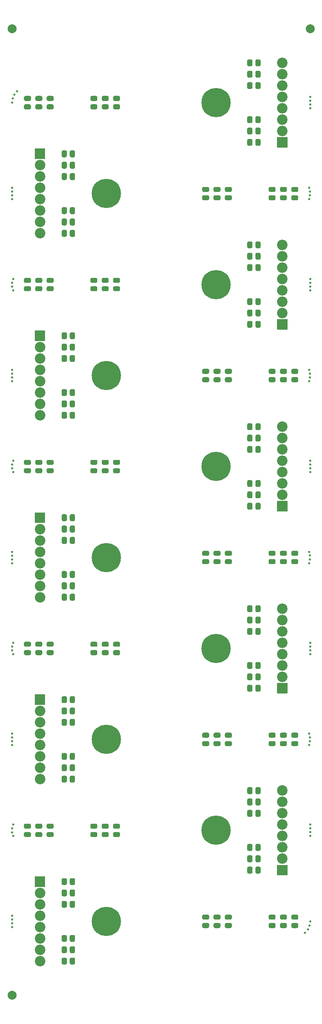
<source format=gts>
G04 #@! TF.GenerationSoftware,KiCad,Pcbnew,6.0.2+dfsg-1*
G04 #@! TF.CreationDate,2024-07-01T09:46:04-06:00*
G04 #@! TF.ProjectId,ckt-signal-2x-array,636b742d-7369-4676-9e61-6c2d32782d61,rev?*
G04 #@! TF.SameCoordinates,Original*
G04 #@! TF.FileFunction,Soldermask,Top*
G04 #@! TF.FilePolarity,Negative*
%FSLAX46Y46*%
G04 Gerber Fmt 4.6, Leading zero omitted, Abs format (unit mm)*
G04 Created by KiCad (PCBNEW 6.0.2+dfsg-1) date 2024-07-01 09:46:04*
%MOMM*%
%LPD*%
G01*
G04 APERTURE LIST*
%ADD10C,0.500000*%
%ADD11C,6.552400*%
%ADD12C,2.352400*%
%ADD13C,2.000000*%
G04 APERTURE END LIST*
D10*
X115406804Y-81010800D03*
G36*
G01*
X129236700Y-55135400D02*
X129236700Y-56035400D01*
G75*
G02*
X128910500Y-56361600I-326200J0D01*
G01*
X128385500Y-56361600D01*
G75*
G02*
X128059300Y-56035400I0J326200D01*
G01*
X128059300Y-55135400D01*
G75*
G02*
X128385500Y-54809200I326200J0D01*
G01*
X128910500Y-54809200D01*
G75*
G02*
X129236700Y-55135400I0J-326200D01*
G01*
G37*
G36*
G01*
X127411700Y-55135400D02*
X127411700Y-56035400D01*
G75*
G02*
X127085500Y-56361600I-326200J0D01*
G01*
X126560500Y-56361600D01*
G75*
G02*
X126234300Y-56035400I0J326200D01*
G01*
X126234300Y-55135400D01*
G75*
G02*
X126560500Y-54809200I326200J0D01*
G01*
X127085500Y-54809200D01*
G75*
G02*
X127411700Y-55135400I0J-326200D01*
G01*
G37*
X115162500Y-141200333D03*
G36*
G01*
X175412250Y-179966600D02*
X176324750Y-179966600D01*
G75*
G02*
X176644700Y-180286550I0J-319950D01*
G01*
X176644700Y-180774050D01*
G75*
G02*
X176324750Y-181094000I-319950J0D01*
G01*
X175412250Y-181094000D01*
G75*
G02*
X175092300Y-180774050I0J319950D01*
G01*
X175092300Y-180286550D01*
G75*
G02*
X175412250Y-179966600I319950J0D01*
G01*
G37*
G36*
G01*
X175412250Y-181841600D02*
X176324750Y-181841600D01*
G75*
G02*
X176644700Y-182161550I0J-319950D01*
G01*
X176644700Y-182649050D01*
G75*
G02*
X176324750Y-182969000I-319950J0D01*
G01*
X175412250Y-182969000D01*
G75*
G02*
X175092300Y-182649050I0J319950D01*
G01*
X175092300Y-182161550D01*
G75*
G02*
X175412250Y-181841600I319950J0D01*
G01*
G37*
G36*
G01*
X167763300Y-206073200D02*
X167763300Y-205173200D01*
G75*
G02*
X168089500Y-204847000I326200J0D01*
G01*
X168614500Y-204847000D01*
G75*
G02*
X168940700Y-205173200I0J-326200D01*
G01*
X168940700Y-206073200D01*
G75*
G02*
X168614500Y-206399400I-326200J0D01*
G01*
X168089500Y-206399400D01*
G75*
G02*
X167763300Y-206073200I0J326200D01*
G01*
G37*
G36*
G01*
X169588300Y-206073200D02*
X169588300Y-205173200D01*
G75*
G02*
X169914500Y-204847000I326200J0D01*
G01*
X170439500Y-204847000D01*
G75*
G02*
X170765700Y-205173200I0J-326200D01*
G01*
X170765700Y-206073200D01*
G75*
G02*
X170439500Y-206399400I-326200J0D01*
G01*
X169914500Y-206399400D01*
G75*
G02*
X169588300Y-206073200I0J326200D01*
G01*
G37*
G36*
G01*
X175412250Y-98585000D02*
X176324750Y-98585000D01*
G75*
G02*
X176644700Y-98904950I0J-319950D01*
G01*
X176644700Y-99392450D01*
G75*
G02*
X176324750Y-99712400I-319950J0D01*
G01*
X175412250Y-99712400D01*
G75*
G02*
X175092300Y-99392450I0J319950D01*
G01*
X175092300Y-98904950D01*
G75*
G02*
X175412250Y-98585000I319950J0D01*
G01*
G37*
G36*
G01*
X175412250Y-100460000D02*
X176324750Y-100460000D01*
G75*
G02*
X176644700Y-100779950I0J-319950D01*
G01*
X176644700Y-101267450D01*
G75*
G02*
X176324750Y-101587400I-319950J0D01*
G01*
X175412250Y-101587400D01*
G75*
G02*
X175092300Y-101267450I0J319950D01*
G01*
X175092300Y-100779950D01*
G75*
G02*
X175412250Y-100460000I319950J0D01*
G01*
G37*
X181837500Y-161545733D03*
X181837500Y-78470800D03*
X181709730Y-223085770D03*
G36*
G01*
X160553250Y-57894200D02*
X161465750Y-57894200D01*
G75*
G02*
X161785700Y-58214150I0J-319950D01*
G01*
X161785700Y-58701650D01*
G75*
G02*
X161465750Y-59021600I-319950J0D01*
G01*
X160553250Y-59021600D01*
G75*
G02*
X160233300Y-58701650I0J319950D01*
G01*
X160233300Y-58214150D01*
G75*
G02*
X160553250Y-57894200I319950J0D01*
G01*
G37*
G36*
G01*
X160553250Y-59769200D02*
X161465750Y-59769200D01*
G75*
G02*
X161785700Y-60089150I0J-319950D01*
G01*
X161785700Y-60576650D01*
G75*
G02*
X161465750Y-60896600I-319950J0D01*
G01*
X160553250Y-60896600D01*
G75*
G02*
X160233300Y-60576650I0J319950D01*
G01*
X160233300Y-60089150D01*
G75*
G02*
X160553250Y-59769200I319950J0D01*
G01*
G37*
G36*
G01*
X129236700Y-133977000D02*
X129236700Y-134877000D01*
G75*
G02*
X128910500Y-135203200I-326200J0D01*
G01*
X128385500Y-135203200D01*
G75*
G02*
X128059300Y-134877000I0J326200D01*
G01*
X128059300Y-133977000D01*
G75*
G02*
X128385500Y-133650800I326200J0D01*
G01*
X128910500Y-133650800D01*
G75*
G02*
X129236700Y-133977000I0J-326200D01*
G01*
G37*
G36*
G01*
X127411700Y-133977000D02*
X127411700Y-134877000D01*
G75*
G02*
X127085500Y-135203200I-326200J0D01*
G01*
X126560500Y-135203200D01*
G75*
G02*
X126234300Y-134877000I0J326200D01*
G01*
X126234300Y-133977000D01*
G75*
G02*
X126560500Y-133650800I326200J0D01*
G01*
X127085500Y-133650800D01*
G75*
G02*
X127411700Y-133977000I0J-326200D01*
G01*
G37*
G36*
G01*
X121587750Y-81242000D02*
X120675250Y-81242000D01*
G75*
G02*
X120355300Y-80922050I0J319950D01*
G01*
X120355300Y-80434550D01*
G75*
G02*
X120675250Y-80114600I319950J0D01*
G01*
X121587750Y-80114600D01*
G75*
G02*
X121907700Y-80434550I0J-319950D01*
G01*
X121907700Y-80922050D01*
G75*
G02*
X121587750Y-81242000I-319950J0D01*
G01*
G37*
G36*
G01*
X121587750Y-79367000D02*
X120675250Y-79367000D01*
G75*
G02*
X120355300Y-79047050I0J319950D01*
G01*
X120355300Y-78559550D01*
G75*
G02*
X120675250Y-78239600I319950J0D01*
G01*
X121587750Y-78239600D01*
G75*
G02*
X121907700Y-78559550I0J-319950D01*
G01*
X121907700Y-79047050D01*
G75*
G02*
X121587750Y-79367000I-319950J0D01*
G01*
G37*
G36*
G01*
X136446750Y-121932800D02*
X135534250Y-121932800D01*
G75*
G02*
X135214300Y-121612850I0J319950D01*
G01*
X135214300Y-121125350D01*
G75*
G02*
X135534250Y-120805400I319950J0D01*
G01*
X136446750Y-120805400D01*
G75*
G02*
X136766700Y-121125350I0J-319950D01*
G01*
X136766700Y-121612850D01*
G75*
G02*
X136446750Y-121932800I-319950J0D01*
G01*
G37*
G36*
G01*
X136446750Y-120057800D02*
X135534250Y-120057800D01*
G75*
G02*
X135214300Y-119737850I0J319950D01*
G01*
X135214300Y-119250350D01*
G75*
G02*
X135534250Y-118930400I319950J0D01*
G01*
X136446750Y-118930400D01*
G75*
G02*
X136766700Y-119250350I0J-319950D01*
G01*
X136766700Y-119737850D01*
G75*
G02*
X136446750Y-120057800I-319950J0D01*
G01*
G37*
G36*
G01*
X163093250Y-139275800D02*
X164005750Y-139275800D01*
G75*
G02*
X164325700Y-139595750I0J-319950D01*
G01*
X164325700Y-140083250D01*
G75*
G02*
X164005750Y-140403200I-319950J0D01*
G01*
X163093250Y-140403200D01*
G75*
G02*
X162773300Y-140083250I0J319950D01*
G01*
X162773300Y-139595750D01*
G75*
G02*
X163093250Y-139275800I319950J0D01*
G01*
G37*
G36*
G01*
X163093250Y-141150800D02*
X164005750Y-141150800D01*
G75*
G02*
X164325700Y-141470750I0J-319950D01*
G01*
X164325700Y-141958250D01*
G75*
G02*
X164005750Y-142278200I-319950J0D01*
G01*
X163093250Y-142278200D01*
G75*
G02*
X162773300Y-141958250I0J319950D01*
G01*
X162773300Y-141470750D01*
G75*
G02*
X163093250Y-141150800I319950J0D01*
G01*
G37*
X181809959Y-181900336D03*
G36*
G01*
X167763300Y-33150000D02*
X167763300Y-32250000D01*
G75*
G02*
X168089500Y-31923800I326200J0D01*
G01*
X168614500Y-31923800D01*
G75*
G02*
X168940700Y-32250000I0J-326200D01*
G01*
X168940700Y-33150000D01*
G75*
G02*
X168614500Y-33476200I-326200J0D01*
G01*
X168089500Y-33476200D01*
G75*
G02*
X167763300Y-33150000I0J326200D01*
G01*
G37*
G36*
G01*
X169588300Y-33150000D02*
X169588300Y-32250000D01*
G75*
G02*
X169914500Y-31923800I326200J0D01*
G01*
X170439500Y-31923800D01*
G75*
G02*
X170765700Y-32250000I0J-326200D01*
G01*
X170765700Y-33150000D01*
G75*
G02*
X170439500Y-33476200I-326200J0D01*
G01*
X169914500Y-33476200D01*
G75*
G02*
X169588300Y-33150000I0J326200D01*
G01*
G37*
G36*
G01*
X133906750Y-81242000D02*
X132994250Y-81242000D01*
G75*
G02*
X132674300Y-80922050I0J319950D01*
G01*
X132674300Y-80434550D01*
G75*
G02*
X132994250Y-80114600I319950J0D01*
G01*
X133906750Y-80114600D01*
G75*
G02*
X134226700Y-80434550I0J-319950D01*
G01*
X134226700Y-80922050D01*
G75*
G02*
X133906750Y-81242000I-319950J0D01*
G01*
G37*
G36*
G01*
X133906750Y-79367000D02*
X132994250Y-79367000D01*
G75*
G02*
X132674300Y-79047050I0J319950D01*
G01*
X132674300Y-78559550D01*
G75*
G02*
X132994250Y-78239600I319950J0D01*
G01*
X133906750Y-78239600D01*
G75*
G02*
X134226700Y-78559550I0J-319950D01*
G01*
X134226700Y-79047050D01*
G75*
G02*
X133906750Y-79367000I-319950J0D01*
G01*
G37*
X115162500Y-60665400D03*
G36*
G01*
X121587750Y-121932800D02*
X120675250Y-121932800D01*
G75*
G02*
X120355300Y-121612850I0J319950D01*
G01*
X120355300Y-121125350D01*
G75*
G02*
X120675250Y-120805400I319950J0D01*
G01*
X121587750Y-120805400D01*
G75*
G02*
X121907700Y-121125350I0J-319950D01*
G01*
X121907700Y-121612850D01*
G75*
G02*
X121587750Y-121932800I-319950J0D01*
G01*
G37*
G36*
G01*
X121587750Y-120057800D02*
X120675250Y-120057800D01*
G75*
G02*
X120355300Y-119737850I0J319950D01*
G01*
X120355300Y-119250350D01*
G75*
G02*
X120675250Y-118930400I319950J0D01*
G01*
X121587750Y-118930400D01*
G75*
G02*
X121907700Y-119250350I0J-319950D01*
G01*
X121907700Y-119737850D01*
G75*
G02*
X121587750Y-120057800I-319950J0D01*
G01*
G37*
G36*
G01*
X167763300Y-170462400D02*
X167763300Y-169562400D01*
G75*
G02*
X168089500Y-169236200I326200J0D01*
G01*
X168614500Y-169236200D01*
G75*
G02*
X168940700Y-169562400I0J-326200D01*
G01*
X168940700Y-170462400D01*
G75*
G02*
X168614500Y-170788600I-326200J0D01*
G01*
X168089500Y-170788600D01*
G75*
G02*
X167763300Y-170462400I0J326200D01*
G01*
G37*
G36*
G01*
X169588300Y-170462400D02*
X169588300Y-169562400D01*
G75*
G02*
X169914500Y-169236200I326200J0D01*
G01*
X170439500Y-169236200D01*
G75*
G02*
X170765700Y-169562400I0J-326200D01*
G01*
X170765700Y-170462400D01*
G75*
G02*
X170439500Y-170788600I-326200J0D01*
G01*
X169914500Y-170788600D01*
G75*
G02*
X169588300Y-170462400I0J326200D01*
G01*
G37*
X181593196Y-139507000D03*
G36*
G01*
X172872250Y-57894200D02*
X173784750Y-57894200D01*
G75*
G02*
X174104700Y-58214150I0J-319950D01*
G01*
X174104700Y-58701650D01*
G75*
G02*
X173784750Y-59021600I-319950J0D01*
G01*
X172872250Y-59021600D01*
G75*
G02*
X172552300Y-58701650I0J319950D01*
G01*
X172552300Y-58214150D01*
G75*
G02*
X172872250Y-57894200I319950J0D01*
G01*
G37*
G36*
G01*
X172872250Y-59769200D02*
X173784750Y-59769200D01*
G75*
G02*
X174104700Y-60089150I0J-319950D01*
G01*
X174104700Y-60576650D01*
G75*
G02*
X173784750Y-60896600I-319950J0D01*
G01*
X172872250Y-60896600D01*
G75*
G02*
X172552300Y-60576650I0J319950D01*
G01*
X172552300Y-60089150D01*
G75*
G02*
X172872250Y-59769200I319950J0D01*
G01*
G37*
X181809959Y-100518736D03*
X181593196Y-182737800D03*
G36*
G01*
X160553250Y-220657400D02*
X161465750Y-220657400D01*
G75*
G02*
X161785700Y-220977350I0J-319950D01*
G01*
X161785700Y-221464850D01*
G75*
G02*
X161465750Y-221784800I-319950J0D01*
G01*
X160553250Y-221784800D01*
G75*
G02*
X160233300Y-221464850I0J319950D01*
G01*
X160233300Y-220977350D01*
G75*
G02*
X160553250Y-220657400I319950J0D01*
G01*
G37*
G36*
G01*
X160553250Y-222532400D02*
X161465750Y-222532400D01*
G75*
G02*
X161785700Y-222852350I0J-319950D01*
G01*
X161785700Y-223339850D01*
G75*
G02*
X161465750Y-223659800I-319950J0D01*
G01*
X160553250Y-223659800D01*
G75*
G02*
X160233300Y-223339850I0J319950D01*
G01*
X160233300Y-222852350D01*
G75*
G02*
X160553250Y-222532400I319950J0D01*
G01*
G37*
G36*
G01*
X163093250Y-57894200D02*
X164005750Y-57894200D01*
G75*
G02*
X164325700Y-58214150I0J-319950D01*
G01*
X164325700Y-58701650D01*
G75*
G02*
X164005750Y-59021600I-319950J0D01*
G01*
X163093250Y-59021600D01*
G75*
G02*
X162773300Y-58701650I0J319950D01*
G01*
X162773300Y-58214150D01*
G75*
G02*
X163093250Y-57894200I319950J0D01*
G01*
G37*
G36*
G01*
X163093250Y-59769200D02*
X164005750Y-59769200D01*
G75*
G02*
X164325700Y-60089150I0J-319950D01*
G01*
X164325700Y-60576650D01*
G75*
G02*
X164005750Y-60896600I-319950J0D01*
G01*
X163093250Y-60896600D01*
G75*
G02*
X162773300Y-60576650I0J319950D01*
G01*
X162773300Y-60089150D01*
G75*
G02*
X163093250Y-59769200I319950J0D01*
G01*
G37*
X115162500Y-99662866D03*
G36*
G01*
X160553250Y-179966600D02*
X161465750Y-179966600D01*
G75*
G02*
X161785700Y-180286550I0J-319950D01*
G01*
X161785700Y-180774050D01*
G75*
G02*
X161465750Y-181094000I-319950J0D01*
G01*
X160553250Y-181094000D01*
G75*
G02*
X160233300Y-180774050I0J319950D01*
G01*
X160233300Y-180286550D01*
G75*
G02*
X160553250Y-179966600I319950J0D01*
G01*
G37*
G36*
G01*
X160553250Y-181841600D02*
X161465750Y-181841600D01*
G75*
G02*
X161785700Y-182161550I0J-319950D01*
G01*
X161785700Y-182649050D01*
G75*
G02*
X161465750Y-182969000I-319950J0D01*
G01*
X160553250Y-182969000D01*
G75*
G02*
X160233300Y-182649050I0J319950D01*
G01*
X160233300Y-182161550D01*
G75*
G02*
X160553250Y-181841600I319950J0D01*
G01*
G37*
X116274673Y-36522701D03*
D11*
X160755500Y-201813200D03*
D10*
X181593196Y-180197800D03*
X181593196Y-60665400D03*
G36*
G01*
X167763300Y-30610000D02*
X167763300Y-29710000D01*
G75*
G02*
X168089500Y-29383800I326200J0D01*
G01*
X168614500Y-29383800D01*
G75*
G02*
X168940700Y-29710000I0J-326200D01*
G01*
X168940700Y-30610000D01*
G75*
G02*
X168614500Y-30936200I-326200J0D01*
G01*
X168089500Y-30936200D01*
G75*
G02*
X167763300Y-30610000I0J326200D01*
G01*
G37*
G36*
G01*
X169588300Y-30610000D02*
X169588300Y-29710000D01*
G75*
G02*
X169914500Y-29383800I326200J0D01*
G01*
X170439500Y-29383800D01*
G75*
G02*
X170765700Y-29710000I0J-326200D01*
G01*
X170765700Y-30610000D01*
G75*
G02*
X170439500Y-30936200I-326200J0D01*
G01*
X169914500Y-30936200D01*
G75*
G02*
X169588300Y-30610000I0J326200D01*
G01*
G37*
X181837500Y-81010800D03*
X115406804Y-119161600D03*
G36*
G01*
X129236700Y-174667800D02*
X129236700Y-175567800D01*
G75*
G02*
X128910500Y-175894000I-326200J0D01*
G01*
X128385500Y-175894000D01*
G75*
G02*
X128059300Y-175567800I0J326200D01*
G01*
X128059300Y-174667800D01*
G75*
G02*
X128385500Y-174341600I326200J0D01*
G01*
X128910500Y-174341600D01*
G75*
G02*
X129236700Y-174667800I0J-326200D01*
G01*
G37*
G36*
G01*
X127411700Y-174667800D02*
X127411700Y-175567800D01*
G75*
G02*
X127085500Y-175894000I-326200J0D01*
G01*
X126560500Y-175894000D01*
G75*
G02*
X126234300Y-175567800I0J326200D01*
G01*
X126234300Y-174667800D01*
G75*
G02*
X126560500Y-174341600I326200J0D01*
G01*
X127085500Y-174341600D01*
G75*
G02*
X127411700Y-174667800I0J-326200D01*
G01*
G37*
X115163566Y-39062700D03*
G36*
G01*
X167763300Y-71300800D02*
X167763300Y-70400800D01*
G75*
G02*
X168089500Y-70074600I326200J0D01*
G01*
X168614500Y-70074600D01*
G75*
G02*
X168940700Y-70400800I0J-326200D01*
G01*
X168940700Y-71300800D01*
G75*
G02*
X168614500Y-71627000I-326200J0D01*
G01*
X168089500Y-71627000D01*
G75*
G02*
X167763300Y-71300800I0J326200D01*
G01*
G37*
G36*
G01*
X169588300Y-71300800D02*
X169588300Y-70400800D01*
G75*
G02*
X169914500Y-70074600I326200J0D01*
G01*
X170439500Y-70074600D01*
G75*
G02*
X170765700Y-70400800I0J-326200D01*
G01*
X170765700Y-71300800D01*
G75*
G02*
X170439500Y-71627000I-326200J0D01*
G01*
X169914500Y-71627000D01*
G75*
G02*
X169588300Y-71300800I0J326200D01*
G01*
G37*
G36*
G01*
X177952250Y-98585000D02*
X178864750Y-98585000D01*
G75*
G02*
X179184700Y-98904950I0J-319950D01*
G01*
X179184700Y-99392450D01*
G75*
G02*
X178864750Y-99712400I-319950J0D01*
G01*
X177952250Y-99712400D01*
G75*
G02*
X177632300Y-99392450I0J319950D01*
G01*
X177632300Y-98904950D01*
G75*
G02*
X177952250Y-98585000I319950J0D01*
G01*
G37*
G36*
G01*
X177952250Y-100460000D02*
X178864750Y-100460000D01*
G75*
G02*
X179184700Y-100779950I0J-319950D01*
G01*
X179184700Y-101267450D01*
G75*
G02*
X178864750Y-101587400I-319950J0D01*
G01*
X177952250Y-101587400D01*
G75*
G02*
X177632300Y-101267450I0J319950D01*
G01*
X177632300Y-100779950D01*
G75*
G02*
X177952250Y-100460000I319950J0D01*
G01*
G37*
X115162500Y-220888600D03*
D11*
X160755500Y-161122400D03*
D10*
X115162500Y-223428600D03*
X181837500Y-119161600D03*
G36*
G01*
X129236700Y-189907800D02*
X129236700Y-190807800D01*
G75*
G02*
X128910500Y-191134000I-326200J0D01*
G01*
X128385500Y-191134000D01*
G75*
G02*
X128059300Y-190807800I0J326200D01*
G01*
X128059300Y-189907800D01*
G75*
G02*
X128385500Y-189581600I326200J0D01*
G01*
X128910500Y-189581600D01*
G75*
G02*
X129236700Y-189907800I0J-326200D01*
G01*
G37*
G36*
G01*
X127411700Y-189907800D02*
X127411700Y-190807800D01*
G75*
G02*
X127085500Y-191134000I-326200J0D01*
G01*
X126560500Y-191134000D01*
G75*
G02*
X126234300Y-190807800I0J326200D01*
G01*
X126234300Y-189907800D01*
G75*
G02*
X126560500Y-189581600I326200J0D01*
G01*
X127085500Y-189581600D01*
G75*
G02*
X127411700Y-189907800I0J-326200D01*
G01*
G37*
G36*
G01*
X158013250Y-98585000D02*
X158925750Y-98585000D01*
G75*
G02*
X159245700Y-98904950I0J-319950D01*
G01*
X159245700Y-99392450D01*
G75*
G02*
X158925750Y-99712400I-319950J0D01*
G01*
X158013250Y-99712400D01*
G75*
G02*
X157693300Y-99392450I0J319950D01*
G01*
X157693300Y-98904950D01*
G75*
G02*
X158013250Y-98585000I319950J0D01*
G01*
G37*
G36*
G01*
X158013250Y-100460000D02*
X158925750Y-100460000D01*
G75*
G02*
X159245700Y-100779950I0J-319950D01*
G01*
X159245700Y-101267450D01*
G75*
G02*
X158925750Y-101587400I-319950J0D01*
G01*
X158013250Y-101587400D01*
G75*
G02*
X157693300Y-101267450I0J319950D01*
G01*
X157693300Y-100779950D01*
G75*
G02*
X158013250Y-100460000I319950J0D01*
G01*
G37*
G36*
G01*
X136446750Y-40551200D02*
X135534250Y-40551200D01*
G75*
G02*
X135214300Y-40231250I0J319950D01*
G01*
X135214300Y-39743750D01*
G75*
G02*
X135534250Y-39423800I319950J0D01*
G01*
X136446750Y-39423800D01*
G75*
G02*
X136766700Y-39743750I0J-319950D01*
G01*
X136766700Y-40231250D01*
G75*
G02*
X136446750Y-40551200I-319950J0D01*
G01*
G37*
G36*
G01*
X136446750Y-38676200D02*
X135534250Y-38676200D01*
G75*
G02*
X135214300Y-38356250I0J319950D01*
G01*
X135214300Y-37868750D01*
G75*
G02*
X135534250Y-37548800I319950J0D01*
G01*
X136446750Y-37548800D01*
G75*
G02*
X136766700Y-37868750I0J-319950D01*
G01*
X136766700Y-38356250D01*
G75*
G02*
X136446750Y-38676200I-319950J0D01*
G01*
G37*
G36*
G01*
X167763300Y-208613200D02*
X167763300Y-207713200D01*
G75*
G02*
X168089500Y-207387000I326200J0D01*
G01*
X168614500Y-207387000D01*
G75*
G02*
X168940700Y-207713200I0J-326200D01*
G01*
X168940700Y-208613200D01*
G75*
G02*
X168614500Y-208939400I-326200J0D01*
G01*
X168089500Y-208939400D01*
G75*
G02*
X167763300Y-208613200I0J326200D01*
G01*
G37*
G36*
G01*
X169588300Y-208613200D02*
X169588300Y-207713200D01*
G75*
G02*
X169914500Y-207387000I326200J0D01*
G01*
X170439500Y-207387000D01*
G75*
G02*
X170765700Y-207713200I0J-326200D01*
G01*
X170765700Y-208613200D01*
G75*
G02*
X170439500Y-208939400I-326200J0D01*
G01*
X169914500Y-208939400D01*
G75*
G02*
X169588300Y-208613200I0J326200D01*
G01*
G37*
G36*
G01*
X177952250Y-179966600D02*
X178864750Y-179966600D01*
G75*
G02*
X179184700Y-180286550I0J-319950D01*
G01*
X179184700Y-180774050D01*
G75*
G02*
X178864750Y-181094000I-319950J0D01*
G01*
X177952250Y-181094000D01*
G75*
G02*
X177632300Y-180774050I0J319950D01*
G01*
X177632300Y-180286550D01*
G75*
G02*
X177952250Y-179966600I319950J0D01*
G01*
G37*
G36*
G01*
X177952250Y-181841600D02*
X178864750Y-181841600D01*
G75*
G02*
X179184700Y-182161550I0J-319950D01*
G01*
X179184700Y-182649050D01*
G75*
G02*
X178864750Y-182969000I-319950J0D01*
G01*
X177952250Y-182969000D01*
G75*
G02*
X177632300Y-182649050I0J319950D01*
G01*
X177632300Y-182161550D01*
G75*
G02*
X177952250Y-181841600I319950J0D01*
G01*
G37*
D11*
X160755500Y-79740800D03*
G36*
G01*
X120285500Y-49329200D02*
X122485500Y-49329200D01*
G75*
G02*
X122561700Y-49405400I0J-76200D01*
G01*
X122561700Y-51605400D01*
G75*
G02*
X122485500Y-51681600I-76200J0D01*
G01*
X120285500Y-51681600D01*
G75*
G02*
X120209300Y-51605400I0J76200D01*
G01*
X120209300Y-49405400D01*
G75*
G02*
X120285500Y-49329200I76200J0D01*
G01*
G37*
D12*
X121385500Y-53045400D03*
X121385500Y-55585400D03*
X121385500Y-58125400D03*
X121385500Y-60665400D03*
X121385500Y-63205400D03*
X121385500Y-65745400D03*
X121385500Y-68285400D03*
D10*
X181836434Y-222145900D03*
G36*
G01*
X177952250Y-220657400D02*
X178864750Y-220657400D01*
G75*
G02*
X179184700Y-220977350I0J-319950D01*
G01*
X179184700Y-221464850D01*
G75*
G02*
X178864750Y-221784800I-319950J0D01*
G01*
X177952250Y-221784800D01*
G75*
G02*
X177632300Y-221464850I0J319950D01*
G01*
X177632300Y-220977350D01*
G75*
G02*
X177952250Y-220657400I319950J0D01*
G01*
G37*
G36*
G01*
X177952250Y-222532400D02*
X178864750Y-222532400D01*
G75*
G02*
X179184700Y-222852350I0J-319950D01*
G01*
X179184700Y-223339850D01*
G75*
G02*
X178864750Y-223659800I-319950J0D01*
G01*
X177952250Y-223659800D01*
G75*
G02*
X177632300Y-223339850I0J319950D01*
G01*
X177632300Y-222852350D01*
G75*
G02*
X177952250Y-222532400I319950J0D01*
G01*
G37*
X181837500Y-201389866D03*
G36*
G01*
X124127750Y-203314400D02*
X123215250Y-203314400D01*
G75*
G02*
X122895300Y-202994450I0J319950D01*
G01*
X122895300Y-202506950D01*
G75*
G02*
X123215250Y-202187000I319950J0D01*
G01*
X124127750Y-202187000D01*
G75*
G02*
X124447700Y-202506950I0J-319950D01*
G01*
X124447700Y-202994450D01*
G75*
G02*
X124127750Y-203314400I-319950J0D01*
G01*
G37*
G36*
G01*
X124127750Y-201439400D02*
X123215250Y-201439400D01*
G75*
G02*
X122895300Y-201119450I0J319950D01*
G01*
X122895300Y-200631950D01*
G75*
G02*
X123215250Y-200312000I319950J0D01*
G01*
X124127750Y-200312000D01*
G75*
G02*
X124447700Y-200631950I0J-319950D01*
G01*
X124447700Y-201119450D01*
G75*
G02*
X124127750Y-201439400I-319950J0D01*
G01*
G37*
X181837500Y-79317466D03*
G36*
G01*
X129236700Y-65295400D02*
X129236700Y-66195400D01*
G75*
G02*
X128910500Y-66521600I-326200J0D01*
G01*
X128385500Y-66521600D01*
G75*
G02*
X128059300Y-66195400I0J326200D01*
G01*
X128059300Y-65295400D01*
G75*
G02*
X128385500Y-64969200I326200J0D01*
G01*
X128910500Y-64969200D01*
G75*
G02*
X129236700Y-65295400I0J-326200D01*
G01*
G37*
G36*
G01*
X127411700Y-65295400D02*
X127411700Y-66195400D01*
G75*
G02*
X127085500Y-66521600I-326200J0D01*
G01*
X126560500Y-66521600D01*
G75*
G02*
X126234300Y-66195400I0J326200D01*
G01*
X126234300Y-65295400D01*
G75*
G02*
X126560500Y-64969200I326200J0D01*
G01*
X127085500Y-64969200D01*
G75*
G02*
X127411700Y-65295400I0J-326200D01*
G01*
G37*
G36*
G01*
X160553250Y-98585000D02*
X161465750Y-98585000D01*
G75*
G02*
X161785700Y-98904950I0J-319950D01*
G01*
X161785700Y-99392450D01*
G75*
G02*
X161465750Y-99712400I-319950J0D01*
G01*
X160553250Y-99712400D01*
G75*
G02*
X160233300Y-99392450I0J319950D01*
G01*
X160233300Y-98904950D01*
G75*
G02*
X160553250Y-98585000I319950J0D01*
G01*
G37*
G36*
G01*
X160553250Y-100460000D02*
X161465750Y-100460000D01*
G75*
G02*
X161785700Y-100779950I0J-319950D01*
G01*
X161785700Y-101267450D01*
G75*
G02*
X161465750Y-101587400I-319950J0D01*
G01*
X160553250Y-101587400D01*
G75*
G02*
X160233300Y-101267450I0J319950D01*
G01*
X160233300Y-100779950D01*
G75*
G02*
X160553250Y-100460000I319950J0D01*
G01*
G37*
G36*
G01*
X167763300Y-129771600D02*
X167763300Y-128871600D01*
G75*
G02*
X168089500Y-128545400I326200J0D01*
G01*
X168614500Y-128545400D01*
G75*
G02*
X168940700Y-128871600I0J-326200D01*
G01*
X168940700Y-129771600D01*
G75*
G02*
X168614500Y-130097800I-326200J0D01*
G01*
X168089500Y-130097800D01*
G75*
G02*
X167763300Y-129771600I0J326200D01*
G01*
G37*
G36*
G01*
X169588300Y-129771600D02*
X169588300Y-128871600D01*
G75*
G02*
X169914500Y-128545400I326200J0D01*
G01*
X170439500Y-128545400D01*
G75*
G02*
X170765700Y-128871600I0J-326200D01*
G01*
X170765700Y-129771600D01*
G75*
G02*
X170439500Y-130097800I-326200J0D01*
G01*
X169914500Y-130097800D01*
G75*
G02*
X169588300Y-129771600I0J326200D01*
G01*
G37*
X181593196Y-101356200D03*
G36*
G01*
X129236700Y-67835400D02*
X129236700Y-68735400D01*
G75*
G02*
X128910500Y-69061600I-326200J0D01*
G01*
X128385500Y-69061600D01*
G75*
G02*
X128059300Y-68735400I0J326200D01*
G01*
X128059300Y-67835400D01*
G75*
G02*
X128385500Y-67509200I326200J0D01*
G01*
X128910500Y-67509200D01*
G75*
G02*
X129236700Y-67835400I0J-326200D01*
G01*
G37*
G36*
G01*
X127411700Y-67835400D02*
X127411700Y-68735400D01*
G75*
G02*
X127085500Y-69061600I-326200J0D01*
G01*
X126560500Y-69061600D01*
G75*
G02*
X126234300Y-68735400I0J326200D01*
G01*
X126234300Y-67835400D01*
G75*
G02*
X126560500Y-67509200I326200J0D01*
G01*
X127085500Y-67509200D01*
G75*
G02*
X127411700Y-67835400I0J-326200D01*
G01*
G37*
X115190041Y-119999063D03*
G36*
G01*
X167763300Y-198453200D02*
X167763300Y-197553200D01*
G75*
G02*
X168089500Y-197227000I326200J0D01*
G01*
X168614500Y-197227000D01*
G75*
G02*
X168940700Y-197553200I0J-326200D01*
G01*
X168940700Y-198453200D01*
G75*
G02*
X168614500Y-198779400I-326200J0D01*
G01*
X168089500Y-198779400D01*
G75*
G02*
X167763300Y-198453200I0J326200D01*
G01*
G37*
G36*
G01*
X169588300Y-198453200D02*
X169588300Y-197553200D01*
G75*
G02*
X169914500Y-197227000I326200J0D01*
G01*
X170439500Y-197227000D01*
G75*
G02*
X170765700Y-197553200I0J-326200D01*
G01*
X170765700Y-198453200D01*
G75*
G02*
X170439500Y-198779400I-326200J0D01*
G01*
X169914500Y-198779400D01*
G75*
G02*
X169588300Y-198453200I0J326200D01*
G01*
G37*
G36*
G01*
X167763300Y-152682400D02*
X167763300Y-151782400D01*
G75*
G02*
X168089500Y-151456200I326200J0D01*
G01*
X168614500Y-151456200D01*
G75*
G02*
X168940700Y-151782400I0J-326200D01*
G01*
X168940700Y-152682400D01*
G75*
G02*
X168614500Y-153008600I-326200J0D01*
G01*
X168089500Y-153008600D01*
G75*
G02*
X167763300Y-152682400I0J326200D01*
G01*
G37*
G36*
G01*
X169588300Y-152682400D02*
X169588300Y-151782400D01*
G75*
G02*
X169914500Y-151456200I326200J0D01*
G01*
X170439500Y-151456200D01*
G75*
G02*
X170765700Y-151782400I0J-326200D01*
G01*
X170765700Y-152682400D01*
G75*
G02*
X170439500Y-153008600I-326200J0D01*
G01*
X169914500Y-153008600D01*
G75*
G02*
X169588300Y-152682400I0J326200D01*
G01*
G37*
G36*
G01*
X124127750Y-162623600D02*
X123215250Y-162623600D01*
G75*
G02*
X122895300Y-162303650I0J319950D01*
G01*
X122895300Y-161816150D01*
G75*
G02*
X123215250Y-161496200I319950J0D01*
G01*
X124127750Y-161496200D01*
G75*
G02*
X124447700Y-161816150I0J-319950D01*
G01*
X124447700Y-162303650D01*
G75*
G02*
X124127750Y-162623600I-319950J0D01*
G01*
G37*
G36*
G01*
X124127750Y-160748600D02*
X123215250Y-160748600D01*
G75*
G02*
X122895300Y-160428650I0J319950D01*
G01*
X122895300Y-159941150D01*
G75*
G02*
X123215250Y-159621200I319950J0D01*
G01*
X124127750Y-159621200D01*
G75*
G02*
X124447700Y-159941150I0J-319950D01*
G01*
X124447700Y-160428650D01*
G75*
G02*
X124127750Y-160748600I-319950J0D01*
G01*
G37*
G36*
G01*
X158013250Y-139275800D02*
X158925750Y-139275800D01*
G75*
G02*
X159245700Y-139595750I0J-319950D01*
G01*
X159245700Y-140083250D01*
G75*
G02*
X158925750Y-140403200I-319950J0D01*
G01*
X158013250Y-140403200D01*
G75*
G02*
X157693300Y-140083250I0J319950D01*
G01*
X157693300Y-139595750D01*
G75*
G02*
X158013250Y-139275800I319950J0D01*
G01*
G37*
G36*
G01*
X158013250Y-141150800D02*
X158925750Y-141150800D01*
G75*
G02*
X159245700Y-141470750I0J-319950D01*
G01*
X159245700Y-141958250D01*
G75*
G02*
X158925750Y-142278200I-319950J0D01*
G01*
X158013250Y-142278200D01*
G75*
G02*
X157693300Y-141958250I0J319950D01*
G01*
X157693300Y-141470750D01*
G75*
G02*
X158013250Y-141150800I319950J0D01*
G01*
G37*
X181837500Y-202236533D03*
D11*
X160755500Y-120431600D03*
G36*
G01*
X167763300Y-117071600D02*
X167763300Y-116171600D01*
G75*
G02*
X168089500Y-115845400I326200J0D01*
G01*
X168614500Y-115845400D01*
G75*
G02*
X168940700Y-116171600I0J-326200D01*
G01*
X168940700Y-117071600D01*
G75*
G02*
X168614500Y-117397800I-326200J0D01*
G01*
X168089500Y-117397800D01*
G75*
G02*
X167763300Y-117071600I0J326200D01*
G01*
G37*
G36*
G01*
X169588300Y-117071600D02*
X169588300Y-116171600D01*
G75*
G02*
X169914500Y-115845400I326200J0D01*
G01*
X170439500Y-115845400D01*
G75*
G02*
X170765700Y-116171600I0J-326200D01*
G01*
X170765700Y-117071600D01*
G75*
G02*
X170439500Y-117397800I-326200J0D01*
G01*
X169914500Y-117397800D01*
G75*
G02*
X169588300Y-117071600I0J326200D01*
G01*
G37*
G36*
G01*
X158013250Y-179966600D02*
X158925750Y-179966600D01*
G75*
G02*
X159245700Y-180286550I0J-319950D01*
G01*
X159245700Y-180774050D01*
G75*
G02*
X158925750Y-181094000I-319950J0D01*
G01*
X158013250Y-181094000D01*
G75*
G02*
X157693300Y-180774050I0J319950D01*
G01*
X157693300Y-180286550D01*
G75*
G02*
X158013250Y-179966600I319950J0D01*
G01*
G37*
G36*
G01*
X158013250Y-181841600D02*
X158925750Y-181841600D01*
G75*
G02*
X159245700Y-182161550I0J-319950D01*
G01*
X159245700Y-182649050D01*
G75*
G02*
X158925750Y-182969000I-319950J0D01*
G01*
X158013250Y-182969000D01*
G75*
G02*
X157693300Y-182649050I0J319950D01*
G01*
X157693300Y-182161550D01*
G75*
G02*
X158013250Y-181841600I319950J0D01*
G01*
G37*
G36*
G01*
X129236700Y-131437000D02*
X129236700Y-132337000D01*
G75*
G02*
X128910500Y-132663200I-326200J0D01*
G01*
X128385500Y-132663200D01*
G75*
G02*
X128059300Y-132337000I0J326200D01*
G01*
X128059300Y-131437000D01*
G75*
G02*
X128385500Y-131110800I326200J0D01*
G01*
X128910500Y-131110800D01*
G75*
G02*
X129236700Y-131437000I0J-326200D01*
G01*
G37*
G36*
G01*
X127411700Y-131437000D02*
X127411700Y-132337000D01*
G75*
G02*
X127085500Y-132663200I-326200J0D01*
G01*
X126560500Y-132663200D01*
G75*
G02*
X126234300Y-132337000I0J326200D01*
G01*
X126234300Y-131437000D01*
G75*
G02*
X126560500Y-131110800I326200J0D01*
G01*
X127085500Y-131110800D01*
G75*
G02*
X127411700Y-131437000I0J-326200D01*
G01*
G37*
G36*
G01*
X167763300Y-89080800D02*
X167763300Y-88180800D01*
G75*
G02*
X168089500Y-87854600I326200J0D01*
G01*
X168614500Y-87854600D01*
G75*
G02*
X168940700Y-88180800I0J-326200D01*
G01*
X168940700Y-89080800D01*
G75*
G02*
X168614500Y-89407000I-326200J0D01*
G01*
X168089500Y-89407000D01*
G75*
G02*
X167763300Y-89080800I0J326200D01*
G01*
G37*
G36*
G01*
X169588300Y-89080800D02*
X169588300Y-88180800D01*
G75*
G02*
X169914500Y-87854600I326200J0D01*
G01*
X170439500Y-87854600D01*
G75*
G02*
X170765700Y-88180800I0J-326200D01*
G01*
X170765700Y-89080800D01*
G75*
G02*
X170439500Y-89407000I-326200J0D01*
G01*
X169914500Y-89407000D01*
G75*
G02*
X169588300Y-89080800I0J326200D01*
G01*
G37*
G36*
G01*
X167763300Y-48390000D02*
X167763300Y-47490000D01*
G75*
G02*
X168089500Y-47163800I326200J0D01*
G01*
X168614500Y-47163800D01*
G75*
G02*
X168940700Y-47490000I0J-326200D01*
G01*
X168940700Y-48390000D01*
G75*
G02*
X168614500Y-48716200I-326200J0D01*
G01*
X168089500Y-48716200D01*
G75*
G02*
X167763300Y-48390000I0J326200D01*
G01*
G37*
G36*
G01*
X169588300Y-48390000D02*
X169588300Y-47490000D01*
G75*
G02*
X169914500Y-47163800I326200J0D01*
G01*
X170439500Y-47163800D01*
G75*
G02*
X170765700Y-47490000I0J-326200D01*
G01*
X170765700Y-48390000D01*
G75*
G02*
X170439500Y-48716200I-326200J0D01*
G01*
X169914500Y-48716200D01*
G75*
G02*
X169588300Y-48390000I0J326200D01*
G01*
G37*
G36*
G01*
X120285500Y-212092400D02*
X122485500Y-212092400D01*
G75*
G02*
X122561700Y-212168600I0J-76200D01*
G01*
X122561700Y-214368600D01*
G75*
G02*
X122485500Y-214444800I-76200J0D01*
G01*
X120285500Y-214444800D01*
G75*
G02*
X120209300Y-214368600I0J76200D01*
G01*
X120209300Y-212168600D01*
G75*
G02*
X120285500Y-212092400I76200J0D01*
G01*
G37*
D12*
X121385500Y-215808600D03*
X121385500Y-218348600D03*
X121385500Y-220888600D03*
X121385500Y-223428600D03*
X121385500Y-225968600D03*
X121385500Y-228508600D03*
X121385500Y-231048600D03*
D10*
X115162500Y-221735266D03*
X115190041Y-80173336D03*
G36*
G01*
X120285500Y-130710800D02*
X122485500Y-130710800D01*
G75*
G02*
X122561700Y-130787000I0J-76200D01*
G01*
X122561700Y-132987000D01*
G75*
G02*
X122485500Y-133063200I-76200J0D01*
G01*
X120285500Y-133063200D01*
G75*
G02*
X120209300Y-132987000I0J76200D01*
G01*
X120209300Y-130787000D01*
G75*
G02*
X120285500Y-130710800I76200J0D01*
G01*
G37*
D12*
X121385500Y-134427000D03*
X121385500Y-136967000D03*
X121385500Y-139507000D03*
X121385500Y-142047000D03*
X121385500Y-144587000D03*
X121385500Y-147127000D03*
X121385500Y-149667000D03*
G36*
G01*
X167763300Y-127231600D02*
X167763300Y-126331600D01*
G75*
G02*
X168089500Y-126005400I326200J0D01*
G01*
X168614500Y-126005400D01*
G75*
G02*
X168940700Y-126331600I0J-326200D01*
G01*
X168940700Y-127231600D01*
G75*
G02*
X168614500Y-127557800I-326200J0D01*
G01*
X168089500Y-127557800D01*
G75*
G02*
X167763300Y-127231600I0J326200D01*
G01*
G37*
G36*
G01*
X169588300Y-127231600D02*
X169588300Y-126331600D01*
G75*
G02*
X169914500Y-126005400I326200J0D01*
G01*
X170439500Y-126005400D01*
G75*
G02*
X170765700Y-126331600I0J-326200D01*
G01*
X170765700Y-127231600D01*
G75*
G02*
X170439500Y-127557800I-326200J0D01*
G01*
X169914500Y-127557800D01*
G75*
G02*
X169588300Y-127231600I0J326200D01*
G01*
G37*
D10*
X115162500Y-139507000D03*
X181837500Y-159852400D03*
X181837500Y-121701600D03*
X115162500Y-140353666D03*
G36*
G01*
X167763300Y-43310000D02*
X167763300Y-42410000D01*
G75*
G02*
X168089500Y-42083800I326200J0D01*
G01*
X168614500Y-42083800D01*
G75*
G02*
X168940700Y-42410000I0J-326200D01*
G01*
X168940700Y-43310000D01*
G75*
G02*
X168614500Y-43636200I-326200J0D01*
G01*
X168089500Y-43636200D01*
G75*
G02*
X167763300Y-43310000I0J326200D01*
G01*
G37*
G36*
G01*
X169588300Y-43310000D02*
X169588300Y-42410000D01*
G75*
G02*
X169914500Y-42083800I326200J0D01*
G01*
X170439500Y-42083800D01*
G75*
G02*
X170765700Y-42410000I0J-326200D01*
G01*
X170765700Y-43310000D01*
G75*
G02*
X170439500Y-43636200I-326200J0D01*
G01*
X169914500Y-43636200D01*
G75*
G02*
X169588300Y-43310000I0J326200D01*
G01*
G37*
G36*
G01*
X163093250Y-98585000D02*
X164005750Y-98585000D01*
G75*
G02*
X164325700Y-98904950I0J-319950D01*
G01*
X164325700Y-99392450D01*
G75*
G02*
X164005750Y-99712400I-319950J0D01*
G01*
X163093250Y-99712400D01*
G75*
G02*
X162773300Y-99392450I0J319950D01*
G01*
X162773300Y-98904950D01*
G75*
G02*
X163093250Y-98585000I319950J0D01*
G01*
G37*
G36*
G01*
X163093250Y-100460000D02*
X164005750Y-100460000D01*
G75*
G02*
X164325700Y-100779950I0J-319950D01*
G01*
X164325700Y-101267450D01*
G75*
G02*
X164005750Y-101587400I-319950J0D01*
G01*
X163093250Y-101587400D01*
G75*
G02*
X162773300Y-101267450I0J319950D01*
G01*
X162773300Y-100779950D01*
G75*
G02*
X163093250Y-100460000I319950J0D01*
G01*
G37*
G36*
G01*
X129236700Y-103446200D02*
X129236700Y-104346200D01*
G75*
G02*
X128910500Y-104672400I-326200J0D01*
G01*
X128385500Y-104672400D01*
G75*
G02*
X128059300Y-104346200I0J326200D01*
G01*
X128059300Y-103446200D01*
G75*
G02*
X128385500Y-103120000I326200J0D01*
G01*
X128910500Y-103120000D01*
G75*
G02*
X129236700Y-103446200I0J-326200D01*
G01*
G37*
G36*
G01*
X127411700Y-103446200D02*
X127411700Y-104346200D01*
G75*
G02*
X127085500Y-104672400I-326200J0D01*
G01*
X126560500Y-104672400D01*
G75*
G02*
X126234300Y-104346200I0J326200D01*
G01*
X126234300Y-103446200D01*
G75*
G02*
X126560500Y-103120000I326200J0D01*
G01*
X127085500Y-103120000D01*
G75*
G02*
X127411700Y-103446200I0J-326200D01*
G01*
G37*
G36*
G01*
X176714500Y-211879400D02*
X174514500Y-211879400D01*
G75*
G02*
X174438300Y-211803200I0J76200D01*
G01*
X174438300Y-209603200D01*
G75*
G02*
X174514500Y-209527000I76200J0D01*
G01*
X176714500Y-209527000D01*
G75*
G02*
X176790700Y-209603200I0J-76200D01*
G01*
X176790700Y-211803200D01*
G75*
G02*
X176714500Y-211879400I-76200J0D01*
G01*
G37*
D12*
X175614500Y-208163200D03*
X175614500Y-205623200D03*
X175614500Y-203083200D03*
X175614500Y-200543200D03*
X175614500Y-198003200D03*
X175614500Y-195463200D03*
X175614500Y-192923200D03*
G36*
G01*
X167763300Y-86540800D02*
X167763300Y-85640800D01*
G75*
G02*
X168089500Y-85314600I326200J0D01*
G01*
X168614500Y-85314600D01*
G75*
G02*
X168940700Y-85640800I0J-326200D01*
G01*
X168940700Y-86540800D01*
G75*
G02*
X168614500Y-86867000I-326200J0D01*
G01*
X168089500Y-86867000D01*
G75*
G02*
X167763300Y-86540800I0J326200D01*
G01*
G37*
G36*
G01*
X169588300Y-86540800D02*
X169588300Y-85640800D01*
G75*
G02*
X169914500Y-85314600I326200J0D01*
G01*
X170439500Y-85314600D01*
G75*
G02*
X170765700Y-85640800I0J-326200D01*
G01*
X170765700Y-86540800D01*
G75*
G02*
X170439500Y-86867000I-326200J0D01*
G01*
X169914500Y-86867000D01*
G75*
G02*
X169588300Y-86540800I0J326200D01*
G01*
G37*
D10*
X181809959Y-58962863D03*
G36*
G01*
X167763300Y-165382400D02*
X167763300Y-164482400D01*
G75*
G02*
X168089500Y-164156200I326200J0D01*
G01*
X168614500Y-164156200D01*
G75*
G02*
X168940700Y-164482400I0J-326200D01*
G01*
X168940700Y-165382400D01*
G75*
G02*
X168614500Y-165708600I-326200J0D01*
G01*
X168089500Y-165708600D01*
G75*
G02*
X167763300Y-165382400I0J326200D01*
G01*
G37*
G36*
G01*
X169588300Y-165382400D02*
X169588300Y-164482400D01*
G75*
G02*
X169914500Y-164156200I326200J0D01*
G01*
X170439500Y-164156200D01*
G75*
G02*
X170765700Y-164482400I0J-326200D01*
G01*
X170765700Y-165382400D01*
G75*
G02*
X170439500Y-165708600I-326200J0D01*
G01*
X169914500Y-165708600D01*
G75*
G02*
X169588300Y-165382400I0J326200D01*
G01*
G37*
G36*
G01*
X138986750Y-203314400D02*
X138074250Y-203314400D01*
G75*
G02*
X137754300Y-202994450I0J319950D01*
G01*
X137754300Y-202506950D01*
G75*
G02*
X138074250Y-202187000I319950J0D01*
G01*
X138986750Y-202187000D01*
G75*
G02*
X139306700Y-202506950I0J-319950D01*
G01*
X139306700Y-202994450D01*
G75*
G02*
X138986750Y-203314400I-319950J0D01*
G01*
G37*
G36*
G01*
X138986750Y-201439400D02*
X138074250Y-201439400D01*
G75*
G02*
X137754300Y-201119450I0J319950D01*
G01*
X137754300Y-200631950D01*
G75*
G02*
X138074250Y-200312000I319950J0D01*
G01*
X138986750Y-200312000D01*
G75*
G02*
X139306700Y-200631950I0J-319950D01*
G01*
X139306700Y-201119450D01*
G75*
G02*
X138986750Y-201439400I-319950J0D01*
G01*
G37*
X115406804Y-159852400D03*
G36*
G01*
X129236700Y-52595400D02*
X129236700Y-53495400D01*
G75*
G02*
X128910500Y-53821600I-326200J0D01*
G01*
X128385500Y-53821600D01*
G75*
G02*
X128059300Y-53495400I0J326200D01*
G01*
X128059300Y-52595400D01*
G75*
G02*
X128385500Y-52269200I326200J0D01*
G01*
X128910500Y-52269200D01*
G75*
G02*
X129236700Y-52595400I0J-326200D01*
G01*
G37*
G36*
G01*
X127411700Y-52595400D02*
X127411700Y-53495400D01*
G75*
G02*
X127085500Y-53821600I-326200J0D01*
G01*
X126560500Y-53821600D01*
G75*
G02*
X126234300Y-53495400I0J326200D01*
G01*
X126234300Y-52595400D01*
G75*
G02*
X126560500Y-52269200I326200J0D01*
G01*
X127085500Y-52269200D01*
G75*
G02*
X127411700Y-52595400I0J-326200D01*
G01*
G37*
G36*
G01*
X129236700Y-93286200D02*
X129236700Y-94186200D01*
G75*
G02*
X128910500Y-94512400I-326200J0D01*
G01*
X128385500Y-94512400D01*
G75*
G02*
X128059300Y-94186200I0J326200D01*
G01*
X128059300Y-93286200D01*
G75*
G02*
X128385500Y-92960000I326200J0D01*
G01*
X128910500Y-92960000D01*
G75*
G02*
X129236700Y-93286200I0J-326200D01*
G01*
G37*
G36*
G01*
X127411700Y-93286200D02*
X127411700Y-94186200D01*
G75*
G02*
X127085500Y-94512400I-326200J0D01*
G01*
X126560500Y-94512400D01*
G75*
G02*
X126234300Y-94186200I0J326200D01*
G01*
X126234300Y-93286200D01*
G75*
G02*
X126560500Y-92960000I326200J0D01*
G01*
X127085500Y-92960000D01*
G75*
G02*
X127411700Y-93286200I0J-326200D01*
G01*
G37*
G36*
G01*
X167763300Y-111991600D02*
X167763300Y-111091600D01*
G75*
G02*
X168089500Y-110765400I326200J0D01*
G01*
X168614500Y-110765400D01*
G75*
G02*
X168940700Y-111091600I0J-326200D01*
G01*
X168940700Y-111991600D01*
G75*
G02*
X168614500Y-112317800I-326200J0D01*
G01*
X168089500Y-112317800D01*
G75*
G02*
X167763300Y-111991600I0J326200D01*
G01*
G37*
G36*
G01*
X169588300Y-111991600D02*
X169588300Y-111091600D01*
G75*
G02*
X169914500Y-110765400I326200J0D01*
G01*
X170439500Y-110765400D01*
G75*
G02*
X170765700Y-111091600I0J-326200D01*
G01*
X170765700Y-111991600D01*
G75*
G02*
X170439500Y-112317800I-326200J0D01*
G01*
X169914500Y-112317800D01*
G75*
G02*
X169588300Y-111991600I0J326200D01*
G01*
G37*
X115162500Y-181891133D03*
G36*
G01*
X158013250Y-220657400D02*
X158925750Y-220657400D01*
G75*
G02*
X159245700Y-220977350I0J-319950D01*
G01*
X159245700Y-221464850D01*
G75*
G02*
X158925750Y-221784800I-319950J0D01*
G01*
X158013250Y-221784800D01*
G75*
G02*
X157693300Y-221464850I0J319950D01*
G01*
X157693300Y-220977350D01*
G75*
G02*
X158013250Y-220657400I319950J0D01*
G01*
G37*
G36*
G01*
X158013250Y-222532400D02*
X158925750Y-222532400D01*
G75*
G02*
X159245700Y-222852350I0J-319950D01*
G01*
X159245700Y-223339850D01*
G75*
G02*
X158925750Y-223659800I-319950J0D01*
G01*
X158013250Y-223659800D01*
G75*
G02*
X157693300Y-223339850I0J319950D01*
G01*
X157693300Y-222852350D01*
G75*
G02*
X158013250Y-222532400I319950J0D01*
G01*
G37*
D13*
X181837500Y-22540000D03*
G36*
G01*
X138986750Y-162623600D02*
X138074250Y-162623600D01*
G75*
G02*
X137754300Y-162303650I0J319950D01*
G01*
X137754300Y-161816150D01*
G75*
G02*
X138074250Y-161496200I319950J0D01*
G01*
X138986750Y-161496200D01*
G75*
G02*
X139306700Y-161816150I0J-319950D01*
G01*
X139306700Y-162303650D01*
G75*
G02*
X138986750Y-162623600I-319950J0D01*
G01*
G37*
G36*
G01*
X138986750Y-160748600D02*
X138074250Y-160748600D01*
G75*
G02*
X137754300Y-160428650I0J319950D01*
G01*
X137754300Y-159941150D01*
G75*
G02*
X138074250Y-159621200I319950J0D01*
G01*
X138986750Y-159621200D01*
G75*
G02*
X139306700Y-159941150I0J-319950D01*
G01*
X139306700Y-160428650D01*
G75*
G02*
X138986750Y-160748600I-319950J0D01*
G01*
G37*
G36*
G01*
X172872250Y-220657400D02*
X173784750Y-220657400D01*
G75*
G02*
X174104700Y-220977350I0J-319950D01*
G01*
X174104700Y-221464850D01*
G75*
G02*
X173784750Y-221784800I-319950J0D01*
G01*
X172872250Y-221784800D01*
G75*
G02*
X172552300Y-221464850I0J319950D01*
G01*
X172552300Y-220977350D01*
G75*
G02*
X172872250Y-220657400I319950J0D01*
G01*
G37*
G36*
G01*
X172872250Y-222532400D02*
X173784750Y-222532400D01*
G75*
G02*
X174104700Y-222852350I0J-319950D01*
G01*
X174104700Y-223339850D01*
G75*
G02*
X173784750Y-223659800I-319950J0D01*
G01*
X172872250Y-223659800D01*
G75*
G02*
X172552300Y-223339850I0J319950D01*
G01*
X172552300Y-222852350D01*
G75*
G02*
X172872250Y-222532400I319950J0D01*
G01*
G37*
D10*
X115406804Y-162392400D03*
G36*
G01*
X133906750Y-40551200D02*
X132994250Y-40551200D01*
G75*
G02*
X132674300Y-40231250I0J319950D01*
G01*
X132674300Y-39743750D01*
G75*
G02*
X132994250Y-39423800I319950J0D01*
G01*
X133906750Y-39423800D01*
G75*
G02*
X134226700Y-39743750I0J-319950D01*
G01*
X134226700Y-40231250D01*
G75*
G02*
X133906750Y-40551200I-319950J0D01*
G01*
G37*
G36*
G01*
X133906750Y-38676200D02*
X132994250Y-38676200D01*
G75*
G02*
X132674300Y-38356250I0J319950D01*
G01*
X132674300Y-37868750D01*
G75*
G02*
X132994250Y-37548800I319950J0D01*
G01*
X133906750Y-37548800D01*
G75*
G02*
X134226700Y-37868750I0J-319950D01*
G01*
X134226700Y-38356250D01*
G75*
G02*
X133906750Y-38676200I-319950J0D01*
G01*
G37*
X115162500Y-58125400D03*
G36*
G01*
X172872250Y-139275800D02*
X173784750Y-139275800D01*
G75*
G02*
X174104700Y-139595750I0J-319950D01*
G01*
X174104700Y-140083250D01*
G75*
G02*
X173784750Y-140403200I-319950J0D01*
G01*
X172872250Y-140403200D01*
G75*
G02*
X172552300Y-140083250I0J319950D01*
G01*
X172552300Y-139595750D01*
G75*
G02*
X172872250Y-139275800I319950J0D01*
G01*
G37*
G36*
G01*
X172872250Y-141150800D02*
X173784750Y-141150800D01*
G75*
G02*
X174104700Y-141470750I0J-319950D01*
G01*
X174104700Y-141958250D01*
G75*
G02*
X173784750Y-142278200I-319950J0D01*
G01*
X172872250Y-142278200D01*
G75*
G02*
X172552300Y-141958250I0J319950D01*
G01*
X172552300Y-141470750D01*
G75*
G02*
X172872250Y-141150800I319950J0D01*
G01*
G37*
G36*
G01*
X120285500Y-90020000D02*
X122485500Y-90020000D01*
G75*
G02*
X122561700Y-90096200I0J-76200D01*
G01*
X122561700Y-92296200D01*
G75*
G02*
X122485500Y-92372400I-76200J0D01*
G01*
X120285500Y-92372400D01*
G75*
G02*
X120209300Y-92296200I0J76200D01*
G01*
X120209300Y-90096200D01*
G75*
G02*
X120285500Y-90020000I76200J0D01*
G01*
G37*
D12*
X121385500Y-93736200D03*
X121385500Y-96276200D03*
X121385500Y-98816200D03*
X121385500Y-101356200D03*
X121385500Y-103896200D03*
X121385500Y-106436200D03*
X121385500Y-108976200D03*
G36*
G01*
X119047750Y-162623600D02*
X118135250Y-162623600D01*
G75*
G02*
X117815300Y-162303650I0J319950D01*
G01*
X117815300Y-161816150D01*
G75*
G02*
X118135250Y-161496200I319950J0D01*
G01*
X119047750Y-161496200D01*
G75*
G02*
X119367700Y-161816150I0J-319950D01*
G01*
X119367700Y-162303650D01*
G75*
G02*
X119047750Y-162623600I-319950J0D01*
G01*
G37*
G36*
G01*
X119047750Y-160748600D02*
X118135250Y-160748600D01*
G75*
G02*
X117815300Y-160428650I0J319950D01*
G01*
X117815300Y-159941150D01*
G75*
G02*
X118135250Y-159621200I319950J0D01*
G01*
X119047750Y-159621200D01*
G75*
G02*
X119367700Y-159941150I0J-319950D01*
G01*
X119367700Y-160428650D01*
G75*
G02*
X119047750Y-160748600I-319950J0D01*
G01*
G37*
G36*
G01*
X129236700Y-136517000D02*
X129236700Y-137417000D01*
G75*
G02*
X128910500Y-137743200I-326200J0D01*
G01*
X128385500Y-137743200D01*
G75*
G02*
X128059300Y-137417000I0J326200D01*
G01*
X128059300Y-136517000D01*
G75*
G02*
X128385500Y-136190800I326200J0D01*
G01*
X128910500Y-136190800D01*
G75*
G02*
X129236700Y-136517000I0J-326200D01*
G01*
G37*
G36*
G01*
X127411700Y-136517000D02*
X127411700Y-137417000D01*
G75*
G02*
X127085500Y-137743200I-326200J0D01*
G01*
X126560500Y-137743200D01*
G75*
G02*
X126234300Y-137417000I0J326200D01*
G01*
X126234300Y-136517000D01*
G75*
G02*
X126560500Y-136190800I326200J0D01*
G01*
X127085500Y-136190800D01*
G75*
G02*
X127411700Y-136517000I0J-326200D01*
G01*
G37*
D10*
X181837500Y-160699066D03*
G36*
G01*
X167763300Y-84000800D02*
X167763300Y-83100800D01*
G75*
G02*
X168089500Y-82774600I326200J0D01*
G01*
X168614500Y-82774600D01*
G75*
G02*
X168940700Y-83100800I0J-326200D01*
G01*
X168940700Y-84000800D01*
G75*
G02*
X168614500Y-84327000I-326200J0D01*
G01*
X168089500Y-84327000D01*
G75*
G02*
X167763300Y-84000800I0J326200D01*
G01*
G37*
G36*
G01*
X169588300Y-84000800D02*
X169588300Y-83100800D01*
G75*
G02*
X169914500Y-82774600I326200J0D01*
G01*
X170439500Y-82774600D01*
G75*
G02*
X170765700Y-83100800I0J-326200D01*
G01*
X170765700Y-84000800D01*
G75*
G02*
X170439500Y-84327000I-326200J0D01*
G01*
X169914500Y-84327000D01*
G75*
G02*
X169588300Y-84000800I0J326200D01*
G01*
G37*
G36*
G01*
X177952250Y-139275800D02*
X178864750Y-139275800D01*
G75*
G02*
X179184700Y-139595750I0J-319950D01*
G01*
X179184700Y-140083250D01*
G75*
G02*
X178864750Y-140403200I-319950J0D01*
G01*
X177952250Y-140403200D01*
G75*
G02*
X177632300Y-140083250I0J319950D01*
G01*
X177632300Y-139595750D01*
G75*
G02*
X177952250Y-139275800I319950J0D01*
G01*
G37*
G36*
G01*
X177952250Y-141150800D02*
X178864750Y-141150800D01*
G75*
G02*
X179184700Y-141470750I0J-319950D01*
G01*
X179184700Y-141958250D01*
G75*
G02*
X178864750Y-142278200I-319950J0D01*
G01*
X177952250Y-142278200D01*
G75*
G02*
X177632300Y-141958250I0J319950D01*
G01*
X177632300Y-141470750D01*
G75*
G02*
X177952250Y-141150800I319950J0D01*
G01*
G37*
X115162500Y-182737800D03*
G36*
G01*
X133906750Y-121932800D02*
X132994250Y-121932800D01*
G75*
G02*
X132674300Y-121612850I0J319950D01*
G01*
X132674300Y-121125350D01*
G75*
G02*
X132994250Y-120805400I319950J0D01*
G01*
X133906750Y-120805400D01*
G75*
G02*
X134226700Y-121125350I0J-319950D01*
G01*
X134226700Y-121612850D01*
G75*
G02*
X133906750Y-121932800I-319950J0D01*
G01*
G37*
G36*
G01*
X133906750Y-120057800D02*
X132994250Y-120057800D01*
G75*
G02*
X132674300Y-119737850I0J319950D01*
G01*
X132674300Y-119250350D01*
G75*
G02*
X132994250Y-118930400I319950J0D01*
G01*
X133906750Y-118930400D01*
G75*
G02*
X134226700Y-119250350I0J-319950D01*
G01*
X134226700Y-119737850D01*
G75*
G02*
X133906750Y-120057800I-319950J0D01*
G01*
G37*
G36*
G01*
X160553250Y-139275800D02*
X161465750Y-139275800D01*
G75*
G02*
X161785700Y-139595750I0J-319950D01*
G01*
X161785700Y-140083250D01*
G75*
G02*
X161465750Y-140403200I-319950J0D01*
G01*
X160553250Y-140403200D01*
G75*
G02*
X160233300Y-140083250I0J319950D01*
G01*
X160233300Y-139595750D01*
G75*
G02*
X160553250Y-139275800I319950J0D01*
G01*
G37*
G36*
G01*
X160553250Y-141150800D02*
X161465750Y-141150800D01*
G75*
G02*
X161785700Y-141470750I0J-319950D01*
G01*
X161785700Y-141958250D01*
G75*
G02*
X161465750Y-142278200I-319950J0D01*
G01*
X160553250Y-142278200D01*
G75*
G02*
X160233300Y-141958250I0J319950D01*
G01*
X160233300Y-141470750D01*
G75*
G02*
X160553250Y-141150800I319950J0D01*
G01*
G37*
G36*
G01*
X177952250Y-57894200D02*
X178864750Y-57894200D01*
G75*
G02*
X179184700Y-58214150I0J-319950D01*
G01*
X179184700Y-58701650D01*
G75*
G02*
X178864750Y-59021600I-319950J0D01*
G01*
X177952250Y-59021600D01*
G75*
G02*
X177632300Y-58701650I0J319950D01*
G01*
X177632300Y-58214150D01*
G75*
G02*
X177952250Y-57894200I319950J0D01*
G01*
G37*
G36*
G01*
X177952250Y-59769200D02*
X178864750Y-59769200D01*
G75*
G02*
X179184700Y-60089150I0J-319950D01*
G01*
X179184700Y-60576650D01*
G75*
G02*
X178864750Y-60896600I-319950J0D01*
G01*
X177952250Y-60896600D01*
G75*
G02*
X177632300Y-60576650I0J319950D01*
G01*
X177632300Y-60089150D01*
G75*
G02*
X177952250Y-59769200I319950J0D01*
G01*
G37*
X115190041Y-160689863D03*
G36*
G01*
X163093250Y-220657400D02*
X164005750Y-220657400D01*
G75*
G02*
X164325700Y-220977350I0J-319950D01*
G01*
X164325700Y-221464850D01*
G75*
G02*
X164005750Y-221784800I-319950J0D01*
G01*
X163093250Y-221784800D01*
G75*
G02*
X162773300Y-221464850I0J319950D01*
G01*
X162773300Y-220977350D01*
G75*
G02*
X163093250Y-220657400I319950J0D01*
G01*
G37*
G36*
G01*
X163093250Y-222532400D02*
X164005750Y-222532400D01*
G75*
G02*
X164325700Y-222852350I0J-319950D01*
G01*
X164325700Y-223339850D01*
G75*
G02*
X164005750Y-223659800I-319950J0D01*
G01*
X163093250Y-223659800D01*
G75*
G02*
X162773300Y-223339850I0J319950D01*
G01*
X162773300Y-222852350D01*
G75*
G02*
X163093250Y-222532400I319950J0D01*
G01*
G37*
D11*
X160755500Y-39050000D03*
G36*
G01*
X119047750Y-121932800D02*
X118135250Y-121932800D01*
G75*
G02*
X117815300Y-121612850I0J319950D01*
G01*
X117815300Y-121125350D01*
G75*
G02*
X118135250Y-120805400I319950J0D01*
G01*
X119047750Y-120805400D01*
G75*
G02*
X119367700Y-121125350I0J-319950D01*
G01*
X119367700Y-121612850D01*
G75*
G02*
X119047750Y-121932800I-319950J0D01*
G01*
G37*
G36*
G01*
X119047750Y-120057800D02*
X118135250Y-120057800D01*
G75*
G02*
X117815300Y-119737850I0J319950D01*
G01*
X117815300Y-119250350D01*
G75*
G02*
X118135250Y-118930400I319950J0D01*
G01*
X119047750Y-118930400D01*
G75*
G02*
X119367700Y-119250350I0J-319950D01*
G01*
X119367700Y-119737850D01*
G75*
G02*
X119047750Y-120057800I-319950J0D01*
G01*
G37*
G36*
G01*
X129236700Y-146677000D02*
X129236700Y-147577000D01*
G75*
G02*
X128910500Y-147903200I-326200J0D01*
G01*
X128385500Y-147903200D01*
G75*
G02*
X128059300Y-147577000I0J326200D01*
G01*
X128059300Y-146677000D01*
G75*
G02*
X128385500Y-146350800I326200J0D01*
G01*
X128910500Y-146350800D01*
G75*
G02*
X129236700Y-146677000I0J-326200D01*
G01*
G37*
G36*
G01*
X127411700Y-146677000D02*
X127411700Y-147577000D01*
G75*
G02*
X127085500Y-147903200I-326200J0D01*
G01*
X126560500Y-147903200D01*
G75*
G02*
X126234300Y-147577000I0J326200D01*
G01*
X126234300Y-146677000D01*
G75*
G02*
X126560500Y-146350800I326200J0D01*
G01*
X127085500Y-146350800D01*
G75*
G02*
X127411700Y-146677000I0J-326200D01*
G01*
G37*
G36*
G01*
X136446750Y-81242000D02*
X135534250Y-81242000D01*
G75*
G02*
X135214300Y-80922050I0J319950D01*
G01*
X135214300Y-80434550D01*
G75*
G02*
X135534250Y-80114600I319950J0D01*
G01*
X136446750Y-80114600D01*
G75*
G02*
X136766700Y-80434550I0J-319950D01*
G01*
X136766700Y-80922050D01*
G75*
G02*
X136446750Y-81242000I-319950J0D01*
G01*
G37*
G36*
G01*
X136446750Y-79367000D02*
X135534250Y-79367000D01*
G75*
G02*
X135214300Y-79047050I0J319950D01*
G01*
X135214300Y-78559550D01*
G75*
G02*
X135534250Y-78239600I319950J0D01*
G01*
X136446750Y-78239600D01*
G75*
G02*
X136766700Y-78559550I0J-319950D01*
G01*
X136766700Y-79047050D01*
G75*
G02*
X136446750Y-79367000I-319950J0D01*
G01*
G37*
G36*
G01*
X138986750Y-121932800D02*
X138074250Y-121932800D01*
G75*
G02*
X137754300Y-121612850I0J319950D01*
G01*
X137754300Y-121125350D01*
G75*
G02*
X138074250Y-120805400I319950J0D01*
G01*
X138986750Y-120805400D01*
G75*
G02*
X139306700Y-121125350I0J-319950D01*
G01*
X139306700Y-121612850D01*
G75*
G02*
X138986750Y-121932800I-319950J0D01*
G01*
G37*
G36*
G01*
X138986750Y-120057800D02*
X138074250Y-120057800D01*
G75*
G02*
X137754300Y-119737850I0J319950D01*
G01*
X137754300Y-119250350D01*
G75*
G02*
X138074250Y-118930400I319950J0D01*
G01*
X138986750Y-118930400D01*
G75*
G02*
X139306700Y-119250350I0J-319950D01*
G01*
X139306700Y-119737850D01*
G75*
G02*
X138986750Y-120057800I-319950J0D01*
G01*
G37*
X136244500Y-222158600D03*
D10*
X115406804Y-203083200D03*
X181837500Y-39473333D03*
G36*
G01*
X119047750Y-203314400D02*
X118135250Y-203314400D01*
G75*
G02*
X117815300Y-202994450I0J319950D01*
G01*
X117815300Y-202506950D01*
G75*
G02*
X118135250Y-202187000I319950J0D01*
G01*
X119047750Y-202187000D01*
G75*
G02*
X119367700Y-202506950I0J-319950D01*
G01*
X119367700Y-202994450D01*
G75*
G02*
X119047750Y-203314400I-319950J0D01*
G01*
G37*
G36*
G01*
X119047750Y-201439400D02*
X118135250Y-201439400D01*
G75*
G02*
X117815300Y-201119450I0J319950D01*
G01*
X117815300Y-200631950D01*
G75*
G02*
X118135250Y-200312000I319950J0D01*
G01*
X119047750Y-200312000D01*
G75*
G02*
X119367700Y-200631950I0J-319950D01*
G01*
X119367700Y-201119450D01*
G75*
G02*
X119047750Y-201439400I-319950J0D01*
G01*
G37*
G36*
G01*
X129236700Y-184827800D02*
X129236700Y-185727800D01*
G75*
G02*
X128910500Y-186054000I-326200J0D01*
G01*
X128385500Y-186054000D01*
G75*
G02*
X128059300Y-185727800I0J326200D01*
G01*
X128059300Y-184827800D01*
G75*
G02*
X128385500Y-184501600I326200J0D01*
G01*
X128910500Y-184501600D01*
G75*
G02*
X129236700Y-184827800I0J-326200D01*
G01*
G37*
G36*
G01*
X127411700Y-184827800D02*
X127411700Y-185727800D01*
G75*
G02*
X127085500Y-186054000I-326200J0D01*
G01*
X126560500Y-186054000D01*
G75*
G02*
X126234300Y-185727800I0J326200D01*
G01*
X126234300Y-184827800D01*
G75*
G02*
X126560500Y-184501600I326200J0D01*
G01*
X127085500Y-184501600D01*
G75*
G02*
X127411700Y-184827800I0J-326200D01*
G01*
G37*
D11*
X136244500Y-100086200D03*
D10*
X115162500Y-181044466D03*
G36*
G01*
X167763300Y-76380800D02*
X167763300Y-75480800D01*
G75*
G02*
X168089500Y-75154600I326200J0D01*
G01*
X168614500Y-75154600D01*
G75*
G02*
X168940700Y-75480800I0J-326200D01*
G01*
X168940700Y-76380800D01*
G75*
G02*
X168614500Y-76707000I-326200J0D01*
G01*
X168089500Y-76707000D01*
G75*
G02*
X167763300Y-76380800I0J326200D01*
G01*
G37*
G36*
G01*
X169588300Y-76380800D02*
X169588300Y-75480800D01*
G75*
G02*
X169914500Y-75154600I326200J0D01*
G01*
X170439500Y-75154600D01*
G75*
G02*
X170765700Y-75480800I0J-326200D01*
G01*
X170765700Y-76380800D01*
G75*
G02*
X170439500Y-76707000I-326200J0D01*
G01*
X169914500Y-76707000D01*
G75*
G02*
X169588300Y-76380800I0J326200D01*
G01*
G37*
X180725327Y-224685900D03*
G36*
G01*
X167763300Y-155222400D02*
X167763300Y-154322400D01*
G75*
G02*
X168089500Y-153996200I326200J0D01*
G01*
X168614500Y-153996200D01*
G75*
G02*
X168940700Y-154322400I0J-326200D01*
G01*
X168940700Y-155222400D01*
G75*
G02*
X168614500Y-155548600I-326200J0D01*
G01*
X168089500Y-155548600D01*
G75*
G02*
X167763300Y-155222400I0J326200D01*
G01*
G37*
G36*
G01*
X169588300Y-155222400D02*
X169588300Y-154322400D01*
G75*
G02*
X169914500Y-153996200I326200J0D01*
G01*
X170439500Y-153996200D01*
G75*
G02*
X170765700Y-154322400I0J-326200D01*
G01*
X170765700Y-155222400D01*
G75*
G02*
X170439500Y-155548600I-326200J0D01*
G01*
X169914500Y-155548600D01*
G75*
G02*
X169588300Y-155222400I0J326200D01*
G01*
G37*
D13*
X115162500Y-238668600D03*
G36*
G01*
X129236700Y-149217000D02*
X129236700Y-150117000D01*
G75*
G02*
X128910500Y-150443200I-326200J0D01*
G01*
X128385500Y-150443200D01*
G75*
G02*
X128059300Y-150117000I0J326200D01*
G01*
X128059300Y-149217000D01*
G75*
G02*
X128385500Y-148890800I326200J0D01*
G01*
X128910500Y-148890800D01*
G75*
G02*
X129236700Y-149217000I0J-326200D01*
G01*
G37*
G36*
G01*
X127411700Y-149217000D02*
X127411700Y-150117000D01*
G75*
G02*
X127085500Y-150443200I-326200J0D01*
G01*
X126560500Y-150443200D01*
G75*
G02*
X126234300Y-150117000I0J326200D01*
G01*
X126234300Y-149217000D01*
G75*
G02*
X126560500Y-148890800I326200J0D01*
G01*
X127085500Y-148890800D01*
G75*
G02*
X127411700Y-149217000I0J-326200D01*
G01*
G37*
G36*
G01*
X136446750Y-162623600D02*
X135534250Y-162623600D01*
G75*
G02*
X135214300Y-162303650I0J319950D01*
G01*
X135214300Y-161816150D01*
G75*
G02*
X135534250Y-161496200I319950J0D01*
G01*
X136446750Y-161496200D01*
G75*
G02*
X136766700Y-161816150I0J-319950D01*
G01*
X136766700Y-162303650D01*
G75*
G02*
X136446750Y-162623600I-319950J0D01*
G01*
G37*
G36*
G01*
X136446750Y-160748600D02*
X135534250Y-160748600D01*
G75*
G02*
X135214300Y-160428650I0J319950D01*
G01*
X135214300Y-159941150D01*
G75*
G02*
X135534250Y-159621200I319950J0D01*
G01*
X136446750Y-159621200D01*
G75*
G02*
X136766700Y-159941150I0J-319950D01*
G01*
X136766700Y-160428650D01*
G75*
G02*
X136446750Y-160748600I-319950J0D01*
G01*
G37*
D10*
X115162500Y-222581933D03*
X181809959Y-59827936D03*
X181837500Y-162392400D03*
X181837500Y-120854933D03*
X115162500Y-142047000D03*
G36*
G01*
X124127750Y-121932800D02*
X123215250Y-121932800D01*
G75*
G02*
X122895300Y-121612850I0J319950D01*
G01*
X122895300Y-121125350D01*
G75*
G02*
X123215250Y-120805400I319950J0D01*
G01*
X124127750Y-120805400D01*
G75*
G02*
X124447700Y-121125350I0J-319950D01*
G01*
X124447700Y-121612850D01*
G75*
G02*
X124127750Y-121932800I-319950J0D01*
G01*
G37*
G36*
G01*
X124127750Y-120057800D02*
X123215250Y-120057800D01*
G75*
G02*
X122895300Y-119737850I0J319950D01*
G01*
X122895300Y-119250350D01*
G75*
G02*
X123215250Y-118930400I319950J0D01*
G01*
X124127750Y-118930400D01*
G75*
G02*
X124447700Y-119250350I0J-319950D01*
G01*
X124447700Y-119737850D01*
G75*
G02*
X124127750Y-120057800I-319950J0D01*
G01*
G37*
G36*
G01*
X167763300Y-45850000D02*
X167763300Y-44950000D01*
G75*
G02*
X168089500Y-44623800I326200J0D01*
G01*
X168614500Y-44623800D01*
G75*
G02*
X168940700Y-44950000I0J-326200D01*
G01*
X168940700Y-45850000D01*
G75*
G02*
X168614500Y-46176200I-326200J0D01*
G01*
X168089500Y-46176200D01*
G75*
G02*
X167763300Y-45850000I0J326200D01*
G01*
G37*
G36*
G01*
X169588300Y-45850000D02*
X169588300Y-44950000D01*
G75*
G02*
X169914500Y-44623800I326200J0D01*
G01*
X170439500Y-44623800D01*
G75*
G02*
X170765700Y-44950000I0J-326200D01*
G01*
X170765700Y-45850000D01*
G75*
G02*
X170439500Y-46176200I-326200J0D01*
G01*
X169914500Y-46176200D01*
G75*
G02*
X169588300Y-45850000I0J326200D01*
G01*
G37*
G36*
G01*
X129236700Y-90746200D02*
X129236700Y-91646200D01*
G75*
G02*
X128910500Y-91972400I-326200J0D01*
G01*
X128385500Y-91972400D01*
G75*
G02*
X128059300Y-91646200I0J326200D01*
G01*
X128059300Y-90746200D01*
G75*
G02*
X128385500Y-90420000I326200J0D01*
G01*
X128910500Y-90420000D01*
G75*
G02*
X129236700Y-90746200I0J-326200D01*
G01*
G37*
G36*
G01*
X127411700Y-90746200D02*
X127411700Y-91646200D01*
G75*
G02*
X127085500Y-91972400I-326200J0D01*
G01*
X126560500Y-91972400D01*
G75*
G02*
X126234300Y-91646200I0J326200D01*
G01*
X126234300Y-90746200D01*
G75*
G02*
X126560500Y-90420000I326200J0D01*
G01*
X127085500Y-90420000D01*
G75*
G02*
X127411700Y-90746200I0J-326200D01*
G01*
G37*
X115162500Y-58972066D03*
G36*
G01*
X129236700Y-225518600D02*
X129236700Y-226418600D01*
G75*
G02*
X128910500Y-226744800I-326200J0D01*
G01*
X128385500Y-226744800D01*
G75*
G02*
X128059300Y-226418600I0J326200D01*
G01*
X128059300Y-225518600D01*
G75*
G02*
X128385500Y-225192400I326200J0D01*
G01*
X128910500Y-225192400D01*
G75*
G02*
X129236700Y-225518600I0J-326200D01*
G01*
G37*
G36*
G01*
X127411700Y-225518600D02*
X127411700Y-226418600D01*
G75*
G02*
X127085500Y-226744800I-326200J0D01*
G01*
X126560500Y-226744800D01*
G75*
G02*
X126234300Y-226418600I0J326200D01*
G01*
X126234300Y-225518600D01*
G75*
G02*
X126560500Y-225192400I326200J0D01*
G01*
X127085500Y-225192400D01*
G75*
G02*
X127411700Y-225518600I0J-326200D01*
G01*
G37*
G36*
G01*
X129236700Y-217898600D02*
X129236700Y-218798600D01*
G75*
G02*
X128910500Y-219124800I-326200J0D01*
G01*
X128385500Y-219124800D01*
G75*
G02*
X128059300Y-218798600I0J326200D01*
G01*
X128059300Y-217898600D01*
G75*
G02*
X128385500Y-217572400I326200J0D01*
G01*
X128910500Y-217572400D01*
G75*
G02*
X129236700Y-217898600I0J-326200D01*
G01*
G37*
G36*
G01*
X127411700Y-217898600D02*
X127411700Y-218798600D01*
G75*
G02*
X127085500Y-219124800I-326200J0D01*
G01*
X126560500Y-219124800D01*
G75*
G02*
X126234300Y-218798600I0J326200D01*
G01*
X126234300Y-217898600D01*
G75*
G02*
X126560500Y-217572400I326200J0D01*
G01*
X127085500Y-217572400D01*
G75*
G02*
X127411700Y-217898600I0J-326200D01*
G01*
G37*
G36*
G01*
X138986750Y-81242000D02*
X138074250Y-81242000D01*
G75*
G02*
X137754300Y-80922050I0J319950D01*
G01*
X137754300Y-80434550D01*
G75*
G02*
X138074250Y-80114600I319950J0D01*
G01*
X138986750Y-80114600D01*
G75*
G02*
X139306700Y-80434550I0J-319950D01*
G01*
X139306700Y-80922050D01*
G75*
G02*
X138986750Y-81242000I-319950J0D01*
G01*
G37*
G36*
G01*
X138986750Y-79367000D02*
X138074250Y-79367000D01*
G75*
G02*
X137754300Y-79047050I0J319950D01*
G01*
X137754300Y-78559550D01*
G75*
G02*
X138074250Y-78239600I319950J0D01*
G01*
X138986750Y-78239600D01*
G75*
G02*
X139306700Y-78559550I0J-319950D01*
G01*
X139306700Y-79047050D01*
G75*
G02*
X138986750Y-79367000I-319950J0D01*
G01*
G37*
G36*
G01*
X167763300Y-167922400D02*
X167763300Y-167022400D01*
G75*
G02*
X168089500Y-166696200I326200J0D01*
G01*
X168614500Y-166696200D01*
G75*
G02*
X168940700Y-167022400I0J-326200D01*
G01*
X168940700Y-167922400D01*
G75*
G02*
X168614500Y-168248600I-326200J0D01*
G01*
X168089500Y-168248600D01*
G75*
G02*
X167763300Y-167922400I0J326200D01*
G01*
G37*
G36*
G01*
X169588300Y-167922400D02*
X169588300Y-167022400D01*
G75*
G02*
X169914500Y-166696200I326200J0D01*
G01*
X170439500Y-166696200D01*
G75*
G02*
X170765700Y-167022400I0J-326200D01*
G01*
X170765700Y-167922400D01*
G75*
G02*
X170439500Y-168248600I-326200J0D01*
G01*
X169914500Y-168248600D01*
G75*
G02*
X169588300Y-167922400I0J326200D01*
G01*
G37*
G36*
G01*
X175412250Y-139275800D02*
X176324750Y-139275800D01*
G75*
G02*
X176644700Y-139595750I0J-319950D01*
G01*
X176644700Y-140083250D01*
G75*
G02*
X176324750Y-140403200I-319950J0D01*
G01*
X175412250Y-140403200D01*
G75*
G02*
X175092300Y-140083250I0J319950D01*
G01*
X175092300Y-139595750D01*
G75*
G02*
X175412250Y-139275800I319950J0D01*
G01*
G37*
G36*
G01*
X175412250Y-141150800D02*
X176324750Y-141150800D01*
G75*
G02*
X176644700Y-141470750I0J-319950D01*
G01*
X176644700Y-141958250D01*
G75*
G02*
X176324750Y-142278200I-319950J0D01*
G01*
X175412250Y-142278200D01*
G75*
G02*
X175092300Y-141958250I0J319950D01*
G01*
X175092300Y-141470750D01*
G75*
G02*
X175412250Y-141150800I319950J0D01*
G01*
G37*
G36*
G01*
X129236700Y-50055400D02*
X129236700Y-50955400D01*
G75*
G02*
X128910500Y-51281600I-326200J0D01*
G01*
X128385500Y-51281600D01*
G75*
G02*
X128059300Y-50955400I0J326200D01*
G01*
X128059300Y-50055400D01*
G75*
G02*
X128385500Y-49729200I326200J0D01*
G01*
X128910500Y-49729200D01*
G75*
G02*
X129236700Y-50055400I0J-326200D01*
G01*
G37*
G36*
G01*
X127411700Y-50055400D02*
X127411700Y-50955400D01*
G75*
G02*
X127085500Y-51281600I-326200J0D01*
G01*
X126560500Y-51281600D01*
G75*
G02*
X126234300Y-50955400I0J326200D01*
G01*
X126234300Y-50055400D01*
G75*
G02*
X126560500Y-49729200I326200J0D01*
G01*
X127085500Y-49729200D01*
G75*
G02*
X127411700Y-50055400I0J-326200D01*
G01*
G37*
G36*
G01*
X129236700Y-144137000D02*
X129236700Y-145037000D01*
G75*
G02*
X128910500Y-145363200I-326200J0D01*
G01*
X128385500Y-145363200D01*
G75*
G02*
X128059300Y-145037000I0J326200D01*
G01*
X128059300Y-144137000D01*
G75*
G02*
X128385500Y-143810800I326200J0D01*
G01*
X128910500Y-143810800D01*
G75*
G02*
X129236700Y-144137000I0J-326200D01*
G01*
G37*
G36*
G01*
X127411700Y-144137000D02*
X127411700Y-145037000D01*
G75*
G02*
X127085500Y-145363200I-326200J0D01*
G01*
X126560500Y-145363200D01*
G75*
G02*
X126234300Y-145037000I0J326200D01*
G01*
X126234300Y-144137000D01*
G75*
G02*
X126560500Y-143810800I326200J0D01*
G01*
X127085500Y-143810800D01*
G75*
G02*
X127411700Y-144137000I0J-326200D01*
G01*
G37*
X181809959Y-141209536D03*
X115671439Y-37254432D03*
G36*
G01*
X129236700Y-177207800D02*
X129236700Y-178107800D01*
G75*
G02*
X128910500Y-178434000I-326200J0D01*
G01*
X128385500Y-178434000D01*
G75*
G02*
X128059300Y-178107800I0J326200D01*
G01*
X128059300Y-177207800D01*
G75*
G02*
X128385500Y-176881600I326200J0D01*
G01*
X128910500Y-176881600D01*
G75*
G02*
X129236700Y-177207800I0J-326200D01*
G01*
G37*
G36*
G01*
X127411700Y-177207800D02*
X127411700Y-178107800D01*
G75*
G02*
X127085500Y-178434000I-326200J0D01*
G01*
X126560500Y-178434000D01*
G75*
G02*
X126234300Y-178107800I0J326200D01*
G01*
X126234300Y-177207800D01*
G75*
G02*
X126560500Y-176881600I326200J0D01*
G01*
X127085500Y-176881600D01*
G75*
G02*
X127411700Y-177207800I0J-326200D01*
G01*
G37*
X115290270Y-38122830D03*
G36*
G01*
X124127750Y-81242000D02*
X123215250Y-81242000D01*
G75*
G02*
X122895300Y-80922050I0J319950D01*
G01*
X122895300Y-80434550D01*
G75*
G02*
X123215250Y-80114600I319950J0D01*
G01*
X124127750Y-80114600D01*
G75*
G02*
X124447700Y-80434550I0J-319950D01*
G01*
X124447700Y-80922050D01*
G75*
G02*
X124127750Y-81242000I-319950J0D01*
G01*
G37*
G36*
G01*
X124127750Y-79367000D02*
X123215250Y-79367000D01*
G75*
G02*
X122895300Y-79047050I0J319950D01*
G01*
X122895300Y-78559550D01*
G75*
G02*
X123215250Y-78239600I319950J0D01*
G01*
X124127750Y-78239600D01*
G75*
G02*
X124447700Y-78559550I0J-319950D01*
G01*
X124447700Y-79047050D01*
G75*
G02*
X124127750Y-79367000I-319950J0D01*
G01*
G37*
X181837500Y-80164133D03*
G36*
G01*
X129236700Y-187367800D02*
X129236700Y-188267800D01*
G75*
G02*
X128910500Y-188594000I-326200J0D01*
G01*
X128385500Y-188594000D01*
G75*
G02*
X128059300Y-188267800I0J326200D01*
G01*
X128059300Y-187367800D01*
G75*
G02*
X128385500Y-187041600I326200J0D01*
G01*
X128910500Y-187041600D01*
G75*
G02*
X129236700Y-187367800I0J-326200D01*
G01*
G37*
G36*
G01*
X127411700Y-187367800D02*
X127411700Y-188267800D01*
G75*
G02*
X127085500Y-188594000I-326200J0D01*
G01*
X126560500Y-188594000D01*
G75*
G02*
X126234300Y-188267800I0J326200D01*
G01*
X126234300Y-187367800D01*
G75*
G02*
X126560500Y-187041600I326200J0D01*
G01*
X127085500Y-187041600D01*
G75*
G02*
X127411700Y-187367800I0J-326200D01*
G01*
G37*
G36*
G01*
X175412250Y-220657400D02*
X176324750Y-220657400D01*
G75*
G02*
X176644700Y-220977350I0J-319950D01*
G01*
X176644700Y-221464850D01*
G75*
G02*
X176324750Y-221784800I-319950J0D01*
G01*
X175412250Y-221784800D01*
G75*
G02*
X175092300Y-221464850I0J319950D01*
G01*
X175092300Y-220977350D01*
G75*
G02*
X175412250Y-220657400I319950J0D01*
G01*
G37*
G36*
G01*
X175412250Y-222532400D02*
X176324750Y-222532400D01*
G75*
G02*
X176644700Y-222852350I0J-319950D01*
G01*
X176644700Y-223339850D01*
G75*
G02*
X176324750Y-223659800I-319950J0D01*
G01*
X175412250Y-223659800D01*
G75*
G02*
X175092300Y-223339850I0J319950D01*
G01*
X175092300Y-222852350D01*
G75*
G02*
X175412250Y-222532400I319950J0D01*
G01*
G37*
G36*
G01*
X121587750Y-162623600D02*
X120675250Y-162623600D01*
G75*
G02*
X120355300Y-162303650I0J319950D01*
G01*
X120355300Y-161816150D01*
G75*
G02*
X120675250Y-161496200I319950J0D01*
G01*
X121587750Y-161496200D01*
G75*
G02*
X121907700Y-161816150I0J-319950D01*
G01*
X121907700Y-162303650D01*
G75*
G02*
X121587750Y-162623600I-319950J0D01*
G01*
G37*
G36*
G01*
X121587750Y-160748600D02*
X120675250Y-160748600D01*
G75*
G02*
X120355300Y-160428650I0J319950D01*
G01*
X120355300Y-159941150D01*
G75*
G02*
X120675250Y-159621200I319950J0D01*
G01*
X121587750Y-159621200D01*
G75*
G02*
X121907700Y-159941150I0J-319950D01*
G01*
X121907700Y-160428650D01*
G75*
G02*
X121587750Y-160748600I-319950J0D01*
G01*
G37*
G36*
G01*
X129236700Y-62755400D02*
X129236700Y-63655400D01*
G75*
G02*
X128910500Y-63981600I-326200J0D01*
G01*
X128385500Y-63981600D01*
G75*
G02*
X128059300Y-63655400I0J326200D01*
G01*
X128059300Y-62755400D01*
G75*
G02*
X128385500Y-62429200I326200J0D01*
G01*
X128910500Y-62429200D01*
G75*
G02*
X129236700Y-62755400I0J-326200D01*
G01*
G37*
G36*
G01*
X127411700Y-62755400D02*
X127411700Y-63655400D01*
G75*
G02*
X127085500Y-63981600I-326200J0D01*
G01*
X126560500Y-63981600D01*
G75*
G02*
X126234300Y-63655400I0J326200D01*
G01*
X126234300Y-62755400D01*
G75*
G02*
X126560500Y-62429200I326200J0D01*
G01*
X127085500Y-62429200D01*
G75*
G02*
X127411700Y-62755400I0J-326200D01*
G01*
G37*
D13*
X115162500Y-22540000D03*
G36*
G01*
X167763300Y-193373200D02*
X167763300Y-192473200D01*
G75*
G02*
X168089500Y-192147000I326200J0D01*
G01*
X168614500Y-192147000D01*
G75*
G02*
X168940700Y-192473200I0J-326200D01*
G01*
X168940700Y-193373200D01*
G75*
G02*
X168614500Y-193699400I-326200J0D01*
G01*
X168089500Y-193699400D01*
G75*
G02*
X167763300Y-193373200I0J326200D01*
G01*
G37*
G36*
G01*
X169588300Y-193373200D02*
X169588300Y-192473200D01*
G75*
G02*
X169914500Y-192147000I326200J0D01*
G01*
X170439500Y-192147000D01*
G75*
G02*
X170765700Y-192473200I0J-326200D01*
G01*
X170765700Y-193373200D01*
G75*
G02*
X170439500Y-193699400I-326200J0D01*
G01*
X169914500Y-193699400D01*
G75*
G02*
X169588300Y-193373200I0J326200D01*
G01*
G37*
D10*
X115190041Y-161554936D03*
X181837500Y-203083200D03*
G36*
G01*
X167763300Y-114531600D02*
X167763300Y-113631600D01*
G75*
G02*
X168089500Y-113305400I326200J0D01*
G01*
X168614500Y-113305400D01*
G75*
G02*
X168940700Y-113631600I0J-326200D01*
G01*
X168940700Y-114531600D01*
G75*
G02*
X168614500Y-114857800I-326200J0D01*
G01*
X168089500Y-114857800D01*
G75*
G02*
X167763300Y-114531600I0J326200D01*
G01*
G37*
G36*
G01*
X169588300Y-114531600D02*
X169588300Y-113631600D01*
G75*
G02*
X169914500Y-113305400I326200J0D01*
G01*
X170439500Y-113305400D01*
G75*
G02*
X170765700Y-113631600I0J-326200D01*
G01*
X170765700Y-114531600D01*
G75*
G02*
X170439500Y-114857800I-326200J0D01*
G01*
X169914500Y-114857800D01*
G75*
G02*
X169588300Y-114531600I0J326200D01*
G01*
G37*
G36*
G01*
X136446750Y-203314400D02*
X135534250Y-203314400D01*
G75*
G02*
X135214300Y-202994450I0J319950D01*
G01*
X135214300Y-202506950D01*
G75*
G02*
X135534250Y-202187000I319950J0D01*
G01*
X136446750Y-202187000D01*
G75*
G02*
X136766700Y-202506950I0J-319950D01*
G01*
X136766700Y-202994450D01*
G75*
G02*
X136446750Y-203314400I-319950J0D01*
G01*
G37*
G36*
G01*
X136446750Y-201439400D02*
X135534250Y-201439400D01*
G75*
G02*
X135214300Y-201119450I0J319950D01*
G01*
X135214300Y-200631950D01*
G75*
G02*
X135534250Y-200312000I319950J0D01*
G01*
X136446750Y-200312000D01*
G75*
G02*
X136766700Y-200631950I0J-319950D01*
G01*
X136766700Y-201119450D01*
G75*
G02*
X136446750Y-201439400I-319950J0D01*
G01*
G37*
X115190041Y-120864136D03*
X115162500Y-101356200D03*
X181837500Y-200543200D03*
G36*
G01*
X167763300Y-35690000D02*
X167763300Y-34790000D01*
G75*
G02*
X168089500Y-34463800I326200J0D01*
G01*
X168614500Y-34463800D01*
G75*
G02*
X168940700Y-34790000I0J-326200D01*
G01*
X168940700Y-35690000D01*
G75*
G02*
X168614500Y-36016200I-326200J0D01*
G01*
X168089500Y-36016200D01*
G75*
G02*
X167763300Y-35690000I0J326200D01*
G01*
G37*
G36*
G01*
X169588300Y-35690000D02*
X169588300Y-34790000D01*
G75*
G02*
X169914500Y-34463800I326200J0D01*
G01*
X170439500Y-34463800D01*
G75*
G02*
X170765700Y-34790000I0J-326200D01*
G01*
X170765700Y-35690000D01*
G75*
G02*
X170439500Y-36016200I-326200J0D01*
G01*
X169914500Y-36016200D01*
G75*
G02*
X169588300Y-35690000I0J326200D01*
G01*
G37*
G36*
G01*
X119047750Y-81242000D02*
X118135250Y-81242000D01*
G75*
G02*
X117815300Y-80922050I0J319950D01*
G01*
X117815300Y-80434550D01*
G75*
G02*
X118135250Y-80114600I319950J0D01*
G01*
X119047750Y-80114600D01*
G75*
G02*
X119367700Y-80434550I0J-319950D01*
G01*
X119367700Y-80922050D01*
G75*
G02*
X119047750Y-81242000I-319950J0D01*
G01*
G37*
G36*
G01*
X119047750Y-79367000D02*
X118135250Y-79367000D01*
G75*
G02*
X117815300Y-79047050I0J319950D01*
G01*
X117815300Y-78559550D01*
G75*
G02*
X118135250Y-78239600I319950J0D01*
G01*
X119047750Y-78239600D01*
G75*
G02*
X119367700Y-78559550I0J-319950D01*
G01*
X119367700Y-79047050D01*
G75*
G02*
X119047750Y-79367000I-319950J0D01*
G01*
G37*
X115406804Y-121701600D03*
X181593196Y-58125400D03*
G36*
G01*
X129236700Y-172127800D02*
X129236700Y-173027800D01*
G75*
G02*
X128910500Y-173354000I-326200J0D01*
G01*
X128385500Y-173354000D01*
G75*
G02*
X128059300Y-173027800I0J326200D01*
G01*
X128059300Y-172127800D01*
G75*
G02*
X128385500Y-171801600I326200J0D01*
G01*
X128910500Y-171801600D01*
G75*
G02*
X129236700Y-172127800I0J-326200D01*
G01*
G37*
G36*
G01*
X127411700Y-172127800D02*
X127411700Y-173027800D01*
G75*
G02*
X127085500Y-173354000I-326200J0D01*
G01*
X126560500Y-173354000D01*
G75*
G02*
X126234300Y-173027800I0J326200D01*
G01*
X126234300Y-172127800D01*
G75*
G02*
X126560500Y-171801600I326200J0D01*
G01*
X127085500Y-171801600D01*
G75*
G02*
X127411700Y-172127800I0J-326200D01*
G01*
G37*
X181837500Y-38626667D03*
G36*
G01*
X121587750Y-203314400D02*
X120675250Y-203314400D01*
G75*
G02*
X120355300Y-202994450I0J319950D01*
G01*
X120355300Y-202506950D01*
G75*
G02*
X120675250Y-202187000I319950J0D01*
G01*
X121587750Y-202187000D01*
G75*
G02*
X121907700Y-202506950I0J-319950D01*
G01*
X121907700Y-202994450D01*
G75*
G02*
X121587750Y-203314400I-319950J0D01*
G01*
G37*
G36*
G01*
X121587750Y-201439400D02*
X120675250Y-201439400D01*
G75*
G02*
X120355300Y-201119450I0J319950D01*
G01*
X120355300Y-200631950D01*
G75*
G02*
X120675250Y-200312000I319950J0D01*
G01*
X121587750Y-200312000D01*
G75*
G02*
X121907700Y-200631950I0J-319950D01*
G01*
X121907700Y-201119450D01*
G75*
G02*
X121587750Y-201439400I-319950J0D01*
G01*
G37*
X181809959Y-140344463D03*
G36*
G01*
X138986750Y-40551200D02*
X138074250Y-40551200D01*
G75*
G02*
X137754300Y-40231250I0J319950D01*
G01*
X137754300Y-39743750D01*
G75*
G02*
X138074250Y-39423800I319950J0D01*
G01*
X138986750Y-39423800D01*
G75*
G02*
X139306700Y-39743750I0J-319950D01*
G01*
X139306700Y-40231250D01*
G75*
G02*
X138986750Y-40551200I-319950J0D01*
G01*
G37*
G36*
G01*
X138986750Y-38676200D02*
X138074250Y-38676200D01*
G75*
G02*
X137754300Y-38356250I0J319950D01*
G01*
X137754300Y-37868750D01*
G75*
G02*
X138074250Y-37548800I319950J0D01*
G01*
X138986750Y-37548800D01*
G75*
G02*
X139306700Y-37868750I0J-319950D01*
G01*
X139306700Y-38356250D01*
G75*
G02*
X138986750Y-38676200I-319950J0D01*
G01*
G37*
G36*
G01*
X176714500Y-49116200D02*
X174514500Y-49116200D01*
G75*
G02*
X174438300Y-49040000I0J76200D01*
G01*
X174438300Y-46840000D01*
G75*
G02*
X174514500Y-46763800I76200J0D01*
G01*
X176714500Y-46763800D01*
G75*
G02*
X176790700Y-46840000I0J-76200D01*
G01*
X176790700Y-49040000D01*
G75*
G02*
X176714500Y-49116200I-76200J0D01*
G01*
G37*
D12*
X175614500Y-45400000D03*
X175614500Y-42860000D03*
X175614500Y-40320000D03*
X175614500Y-37780000D03*
X175614500Y-35240000D03*
X175614500Y-32700000D03*
X175614500Y-30160000D03*
D10*
X115406804Y-200543200D03*
G36*
G01*
X129236700Y-95826200D02*
X129236700Y-96726200D01*
G75*
G02*
X128910500Y-97052400I-326200J0D01*
G01*
X128385500Y-97052400D01*
G75*
G02*
X128059300Y-96726200I0J326200D01*
G01*
X128059300Y-95826200D01*
G75*
G02*
X128385500Y-95500000I326200J0D01*
G01*
X128910500Y-95500000D01*
G75*
G02*
X129236700Y-95826200I0J-326200D01*
G01*
G37*
G36*
G01*
X127411700Y-95826200D02*
X127411700Y-96726200D01*
G75*
G02*
X127085500Y-97052400I-326200J0D01*
G01*
X126560500Y-97052400D01*
G75*
G02*
X126234300Y-96726200I0J326200D01*
G01*
X126234300Y-95826200D01*
G75*
G02*
X126560500Y-95500000I326200J0D01*
G01*
X127085500Y-95500000D01*
G75*
G02*
X127411700Y-95826200I0J-326200D01*
G01*
G37*
G36*
G01*
X129236700Y-228058600D02*
X129236700Y-228958600D01*
G75*
G02*
X128910500Y-229284800I-326200J0D01*
G01*
X128385500Y-229284800D01*
G75*
G02*
X128059300Y-228958600I0J326200D01*
G01*
X128059300Y-228058600D01*
G75*
G02*
X128385500Y-227732400I326200J0D01*
G01*
X128910500Y-227732400D01*
G75*
G02*
X129236700Y-228058600I0J-326200D01*
G01*
G37*
G36*
G01*
X127411700Y-228058600D02*
X127411700Y-228958600D01*
G75*
G02*
X127085500Y-229284800I-326200J0D01*
G01*
X126560500Y-229284800D01*
G75*
G02*
X126234300Y-228958600I0J326200D01*
G01*
X126234300Y-228058600D01*
G75*
G02*
X126560500Y-227732400I326200J0D01*
G01*
X127085500Y-227732400D01*
G75*
G02*
X127411700Y-228058600I0J-326200D01*
G01*
G37*
G36*
G01*
X172872250Y-179966600D02*
X173784750Y-179966600D01*
G75*
G02*
X174104700Y-180286550I0J-319950D01*
G01*
X174104700Y-180774050D01*
G75*
G02*
X173784750Y-181094000I-319950J0D01*
G01*
X172872250Y-181094000D01*
G75*
G02*
X172552300Y-180774050I0J319950D01*
G01*
X172552300Y-180286550D01*
G75*
G02*
X172872250Y-179966600I319950J0D01*
G01*
G37*
G36*
G01*
X172872250Y-181841600D02*
X173784750Y-181841600D01*
G75*
G02*
X174104700Y-182161550I0J-319950D01*
G01*
X174104700Y-182649050D01*
G75*
G02*
X173784750Y-182969000I-319950J0D01*
G01*
X172872250Y-182969000D01*
G75*
G02*
X172552300Y-182649050I0J319950D01*
G01*
X172552300Y-182161550D01*
G75*
G02*
X172872250Y-181841600I319950J0D01*
G01*
G37*
X115162500Y-59818733D03*
X181593196Y-98816200D03*
X181837500Y-120008266D03*
G36*
G01*
X121587750Y-40551200D02*
X120675250Y-40551200D01*
G75*
G02*
X120355300Y-40231250I0J319950D01*
G01*
X120355300Y-39743750D01*
G75*
G02*
X120675250Y-39423800I319950J0D01*
G01*
X121587750Y-39423800D01*
G75*
G02*
X121907700Y-39743750I0J-319950D01*
G01*
X121907700Y-40231250D01*
G75*
G02*
X121587750Y-40551200I-319950J0D01*
G01*
G37*
G36*
G01*
X121587750Y-38676200D02*
X120675250Y-38676200D01*
G75*
G02*
X120355300Y-38356250I0J319950D01*
G01*
X120355300Y-37868750D01*
G75*
G02*
X120675250Y-37548800I319950J0D01*
G01*
X121587750Y-37548800D01*
G75*
G02*
X121907700Y-37868750I0J-319950D01*
G01*
X121907700Y-38356250D01*
G75*
G02*
X121587750Y-38676200I-319950J0D01*
G01*
G37*
X181837500Y-37780000D03*
G36*
G01*
X176714500Y-130497800D02*
X174514500Y-130497800D01*
G75*
G02*
X174438300Y-130421600I0J76200D01*
G01*
X174438300Y-128221600D01*
G75*
G02*
X174514500Y-128145400I76200J0D01*
G01*
X176714500Y-128145400D01*
G75*
G02*
X176790700Y-128221600I0J-76200D01*
G01*
X176790700Y-130421600D01*
G75*
G02*
X176714500Y-130497800I-76200J0D01*
G01*
G37*
D12*
X175614500Y-126781600D03*
X175614500Y-124241600D03*
X175614500Y-121701600D03*
X175614500Y-119161600D03*
X175614500Y-116621600D03*
X175614500Y-114081600D03*
X175614500Y-111541600D03*
D10*
X181809959Y-181035263D03*
X115162500Y-98816200D03*
G36*
G01*
X167763300Y-195913200D02*
X167763300Y-195013200D01*
G75*
G02*
X168089500Y-194687000I326200J0D01*
G01*
X168614500Y-194687000D01*
G75*
G02*
X168940700Y-195013200I0J-326200D01*
G01*
X168940700Y-195913200D01*
G75*
G02*
X168614500Y-196239400I-326200J0D01*
G01*
X168089500Y-196239400D01*
G75*
G02*
X167763300Y-195913200I0J326200D01*
G01*
G37*
G36*
G01*
X169588300Y-195913200D02*
X169588300Y-195013200D01*
G75*
G02*
X169914500Y-194687000I326200J0D01*
G01*
X170439500Y-194687000D01*
G75*
G02*
X170765700Y-195013200I0J-326200D01*
G01*
X170765700Y-195913200D01*
G75*
G02*
X170439500Y-196239400I-326200J0D01*
G01*
X169914500Y-196239400D01*
G75*
G02*
X169588300Y-195913200I0J326200D01*
G01*
G37*
G36*
G01*
X133906750Y-162623600D02*
X132994250Y-162623600D01*
G75*
G02*
X132674300Y-162303650I0J319950D01*
G01*
X132674300Y-161816150D01*
G75*
G02*
X132994250Y-161496200I319950J0D01*
G01*
X133906750Y-161496200D01*
G75*
G02*
X134226700Y-161816150I0J-319950D01*
G01*
X134226700Y-162303650D01*
G75*
G02*
X133906750Y-162623600I-319950J0D01*
G01*
G37*
G36*
G01*
X133906750Y-160748600D02*
X132994250Y-160748600D01*
G75*
G02*
X132674300Y-160428650I0J319950D01*
G01*
X132674300Y-159941150D01*
G75*
G02*
X132994250Y-159621200I319950J0D01*
G01*
X133906750Y-159621200D01*
G75*
G02*
X134226700Y-159941150I0J-319950D01*
G01*
X134226700Y-160428650D01*
G75*
G02*
X133906750Y-160748600I-319950J0D01*
G01*
G37*
G36*
G01*
X129236700Y-230598600D02*
X129236700Y-231498600D01*
G75*
G02*
X128910500Y-231824800I-326200J0D01*
G01*
X128385500Y-231824800D01*
G75*
G02*
X128059300Y-231498600I0J326200D01*
G01*
X128059300Y-230598600D01*
G75*
G02*
X128385500Y-230272400I326200J0D01*
G01*
X128910500Y-230272400D01*
G75*
G02*
X129236700Y-230598600I0J-326200D01*
G01*
G37*
G36*
G01*
X127411700Y-230598600D02*
X127411700Y-231498600D01*
G75*
G02*
X127085500Y-231824800I-326200J0D01*
G01*
X126560500Y-231824800D01*
G75*
G02*
X126234300Y-231498600I0J326200D01*
G01*
X126234300Y-230598600D01*
G75*
G02*
X126560500Y-230272400I326200J0D01*
G01*
X127085500Y-230272400D01*
G75*
G02*
X127411700Y-230598600I0J-326200D01*
G01*
G37*
G36*
G01*
X158013250Y-57894200D02*
X158925750Y-57894200D01*
G75*
G02*
X159245700Y-58214150I0J-319950D01*
G01*
X159245700Y-58701650D01*
G75*
G02*
X158925750Y-59021600I-319950J0D01*
G01*
X158013250Y-59021600D01*
G75*
G02*
X157693300Y-58701650I0J319950D01*
G01*
X157693300Y-58214150D01*
G75*
G02*
X158013250Y-57894200I319950J0D01*
G01*
G37*
G36*
G01*
X158013250Y-59769200D02*
X158925750Y-59769200D01*
G75*
G02*
X159245700Y-60089150I0J-319950D01*
G01*
X159245700Y-60576650D01*
G75*
G02*
X158925750Y-60896600I-319950J0D01*
G01*
X158013250Y-60896600D01*
G75*
G02*
X157693300Y-60576650I0J319950D01*
G01*
X157693300Y-60089150D01*
G75*
G02*
X158013250Y-59769200I319950J0D01*
G01*
G37*
X115190041Y-201380663D03*
X115162500Y-100509533D03*
G36*
G01*
X176714500Y-89807000D02*
X174514500Y-89807000D01*
G75*
G02*
X174438300Y-89730800I0J76200D01*
G01*
X174438300Y-87530800D01*
G75*
G02*
X174514500Y-87454600I76200J0D01*
G01*
X176714500Y-87454600D01*
G75*
G02*
X176790700Y-87530800I0J-76200D01*
G01*
X176790700Y-89730800D01*
G75*
G02*
X176714500Y-89807000I-76200J0D01*
G01*
G37*
D12*
X175614500Y-86090800D03*
X175614500Y-83550800D03*
X175614500Y-81010800D03*
X175614500Y-78470800D03*
X175614500Y-75930800D03*
X175614500Y-73390800D03*
X175614500Y-70850800D03*
D10*
X181837500Y-40320000D03*
G36*
G01*
X172872250Y-98585000D02*
X173784750Y-98585000D01*
G75*
G02*
X174104700Y-98904950I0J-319950D01*
G01*
X174104700Y-99392450D01*
G75*
G02*
X173784750Y-99712400I-319950J0D01*
G01*
X172872250Y-99712400D01*
G75*
G02*
X172552300Y-99392450I0J319950D01*
G01*
X172552300Y-98904950D01*
G75*
G02*
X172872250Y-98585000I319950J0D01*
G01*
G37*
G36*
G01*
X172872250Y-100460000D02*
X173784750Y-100460000D01*
G75*
G02*
X174104700Y-100779950I0J-319950D01*
G01*
X174104700Y-101267450D01*
G75*
G02*
X173784750Y-101587400I-319950J0D01*
G01*
X172872250Y-101587400D01*
G75*
G02*
X172552300Y-101267450I0J319950D01*
G01*
X172552300Y-100779950D01*
G75*
G02*
X172872250Y-100460000I319950J0D01*
G01*
G37*
G36*
G01*
X120285500Y-171401600D02*
X122485500Y-171401600D01*
G75*
G02*
X122561700Y-171477800I0J-76200D01*
G01*
X122561700Y-173677800D01*
G75*
G02*
X122485500Y-173754000I-76200J0D01*
G01*
X120285500Y-173754000D01*
G75*
G02*
X120209300Y-173677800I0J76200D01*
G01*
X120209300Y-171477800D01*
G75*
G02*
X120285500Y-171401600I76200J0D01*
G01*
G37*
D12*
X121385500Y-175117800D03*
X121385500Y-177657800D03*
X121385500Y-180197800D03*
X121385500Y-182737800D03*
X121385500Y-185277800D03*
X121385500Y-187817800D03*
X121385500Y-190357800D03*
G36*
G01*
X124127750Y-40551200D02*
X123215250Y-40551200D01*
G75*
G02*
X122895300Y-40231250I0J319950D01*
G01*
X122895300Y-39743750D01*
G75*
G02*
X123215250Y-39423800I319950J0D01*
G01*
X124127750Y-39423800D01*
G75*
G02*
X124447700Y-39743750I0J-319950D01*
G01*
X124447700Y-40231250D01*
G75*
G02*
X124127750Y-40551200I-319950J0D01*
G01*
G37*
G36*
G01*
X124127750Y-38676200D02*
X123215250Y-38676200D01*
G75*
G02*
X122895300Y-38356250I0J319950D01*
G01*
X122895300Y-37868750D01*
G75*
G02*
X123215250Y-37548800I319950J0D01*
G01*
X124127750Y-37548800D01*
G75*
G02*
X124447700Y-37868750I0J-319950D01*
G01*
X124447700Y-38356250D01*
G75*
G02*
X124127750Y-38676200I-319950J0D01*
G01*
G37*
D10*
X181593196Y-142047000D03*
G36*
G01*
X175412250Y-57894200D02*
X176324750Y-57894200D01*
G75*
G02*
X176644700Y-58214150I0J-319950D01*
G01*
X176644700Y-58701650D01*
G75*
G02*
X176324750Y-59021600I-319950J0D01*
G01*
X175412250Y-59021600D01*
G75*
G02*
X175092300Y-58701650I0J319950D01*
G01*
X175092300Y-58214150D01*
G75*
G02*
X175412250Y-57894200I319950J0D01*
G01*
G37*
G36*
G01*
X175412250Y-59769200D02*
X176324750Y-59769200D01*
G75*
G02*
X176644700Y-60089150I0J-319950D01*
G01*
X176644700Y-60576650D01*
G75*
G02*
X176324750Y-60896600I-319950J0D01*
G01*
X175412250Y-60896600D01*
G75*
G02*
X175092300Y-60576650I0J319950D01*
G01*
X175092300Y-60089150D01*
G75*
G02*
X175412250Y-59769200I319950J0D01*
G01*
G37*
G36*
G01*
X133906750Y-203314400D02*
X132994250Y-203314400D01*
G75*
G02*
X132674300Y-202994450I0J319950D01*
G01*
X132674300Y-202506950D01*
G75*
G02*
X132994250Y-202187000I319950J0D01*
G01*
X133906750Y-202187000D01*
G75*
G02*
X134226700Y-202506950I0J-319950D01*
G01*
X134226700Y-202994450D01*
G75*
G02*
X133906750Y-203314400I-319950J0D01*
G01*
G37*
G36*
G01*
X133906750Y-201439400D02*
X132994250Y-201439400D01*
G75*
G02*
X132674300Y-201119450I0J319950D01*
G01*
X132674300Y-200631950D01*
G75*
G02*
X132994250Y-200312000I319950J0D01*
G01*
X133906750Y-200312000D01*
G75*
G02*
X134226700Y-200631950I0J-319950D01*
G01*
X134226700Y-201119450D01*
G75*
G02*
X133906750Y-201439400I-319950J0D01*
G01*
G37*
D11*
X136244500Y-59395400D03*
D10*
X181809959Y-99653663D03*
G36*
G01*
X129236700Y-105986200D02*
X129236700Y-106886200D01*
G75*
G02*
X128910500Y-107212400I-326200J0D01*
G01*
X128385500Y-107212400D01*
G75*
G02*
X128059300Y-106886200I0J326200D01*
G01*
X128059300Y-105986200D01*
G75*
G02*
X128385500Y-105660000I326200J0D01*
G01*
X128910500Y-105660000D01*
G75*
G02*
X129236700Y-105986200I0J-326200D01*
G01*
G37*
G36*
G01*
X127411700Y-105986200D02*
X127411700Y-106886200D01*
G75*
G02*
X127085500Y-107212400I-326200J0D01*
G01*
X126560500Y-107212400D01*
G75*
G02*
X126234300Y-106886200I0J326200D01*
G01*
X126234300Y-105986200D01*
G75*
G02*
X126560500Y-105660000I326200J0D01*
G01*
X127085500Y-105660000D01*
G75*
G02*
X127411700Y-105986200I0J-326200D01*
G01*
G37*
X115190041Y-79308263D03*
G36*
G01*
X129236700Y-215358600D02*
X129236700Y-216258600D01*
G75*
G02*
X128910500Y-216584800I-326200J0D01*
G01*
X128385500Y-216584800D01*
G75*
G02*
X128059300Y-216258600I0J326200D01*
G01*
X128059300Y-215358600D01*
G75*
G02*
X128385500Y-215032400I326200J0D01*
G01*
X128910500Y-215032400D01*
G75*
G02*
X129236700Y-215358600I0J-326200D01*
G01*
G37*
G36*
G01*
X127411700Y-215358600D02*
X127411700Y-216258600D01*
G75*
G02*
X127085500Y-216584800I-326200J0D01*
G01*
X126560500Y-216584800D01*
G75*
G02*
X126234300Y-216258600I0J326200D01*
G01*
X126234300Y-215358600D01*
G75*
G02*
X126560500Y-215032400I326200J0D01*
G01*
X127085500Y-215032400D01*
G75*
G02*
X127411700Y-215358600I0J-326200D01*
G01*
G37*
D11*
X136244500Y-181467800D03*
D10*
X115162500Y-180197800D03*
D11*
X136244500Y-140777000D03*
G36*
G01*
X163093250Y-179966600D02*
X164005750Y-179966600D01*
G75*
G02*
X164325700Y-180286550I0J-319950D01*
G01*
X164325700Y-180774050D01*
G75*
G02*
X164005750Y-181094000I-319950J0D01*
G01*
X163093250Y-181094000D01*
G75*
G02*
X162773300Y-180774050I0J319950D01*
G01*
X162773300Y-180286550D01*
G75*
G02*
X163093250Y-179966600I319950J0D01*
G01*
G37*
G36*
G01*
X163093250Y-181841600D02*
X164005750Y-181841600D01*
G75*
G02*
X164325700Y-182161550I0J-319950D01*
G01*
X164325700Y-182649050D01*
G75*
G02*
X164005750Y-182969000I-319950J0D01*
G01*
X163093250Y-182969000D01*
G75*
G02*
X162773300Y-182649050I0J319950D01*
G01*
X162773300Y-182161550D01*
G75*
G02*
X163093250Y-181841600I319950J0D01*
G01*
G37*
G36*
G01*
X167763300Y-124691600D02*
X167763300Y-123791600D01*
G75*
G02*
X168089500Y-123465400I326200J0D01*
G01*
X168614500Y-123465400D01*
G75*
G02*
X168940700Y-123791600I0J-326200D01*
G01*
X168940700Y-124691600D01*
G75*
G02*
X168614500Y-125017800I-326200J0D01*
G01*
X168089500Y-125017800D01*
G75*
G02*
X167763300Y-124691600I0J326200D01*
G01*
G37*
G36*
G01*
X169588300Y-124691600D02*
X169588300Y-123791600D01*
G75*
G02*
X169914500Y-123465400I326200J0D01*
G01*
X170439500Y-123465400D01*
G75*
G02*
X170765700Y-123791600I0J-326200D01*
G01*
X170765700Y-124691600D01*
G75*
G02*
X170439500Y-125017800I-326200J0D01*
G01*
X169914500Y-125017800D01*
G75*
G02*
X169588300Y-124691600I0J326200D01*
G01*
G37*
G36*
G01*
X129236700Y-212818600D02*
X129236700Y-213718600D01*
G75*
G02*
X128910500Y-214044800I-326200J0D01*
G01*
X128385500Y-214044800D01*
G75*
G02*
X128059300Y-213718600I0J326200D01*
G01*
X128059300Y-212818600D01*
G75*
G02*
X128385500Y-212492400I326200J0D01*
G01*
X128910500Y-212492400D01*
G75*
G02*
X129236700Y-212818600I0J-326200D01*
G01*
G37*
G36*
G01*
X127411700Y-212818600D02*
X127411700Y-213718600D01*
G75*
G02*
X127085500Y-214044800I-326200J0D01*
G01*
X126560500Y-214044800D01*
G75*
G02*
X126234300Y-213718600I0J326200D01*
G01*
X126234300Y-212818600D01*
G75*
G02*
X126560500Y-212492400I326200J0D01*
G01*
X127085500Y-212492400D01*
G75*
G02*
X127411700Y-212818600I0J-326200D01*
G01*
G37*
D10*
X115190041Y-202245736D03*
G36*
G01*
X167763300Y-157762400D02*
X167763300Y-156862400D01*
G75*
G02*
X168089500Y-156536200I326200J0D01*
G01*
X168614500Y-156536200D01*
G75*
G02*
X168940700Y-156862400I0J-326200D01*
G01*
X168940700Y-157762400D01*
G75*
G02*
X168614500Y-158088600I-326200J0D01*
G01*
X168089500Y-158088600D01*
G75*
G02*
X167763300Y-157762400I0J326200D01*
G01*
G37*
G36*
G01*
X169588300Y-157762400D02*
X169588300Y-156862400D01*
G75*
G02*
X169914500Y-156536200I326200J0D01*
G01*
X170439500Y-156536200D01*
G75*
G02*
X170765700Y-156862400I0J-326200D01*
G01*
X170765700Y-157762400D01*
G75*
G02*
X170439500Y-158088600I-326200J0D01*
G01*
X169914500Y-158088600D01*
G75*
G02*
X169588300Y-157762400I0J326200D01*
G01*
G37*
X181328561Y-223954168D03*
G36*
G01*
X167763300Y-211153200D02*
X167763300Y-210253200D01*
G75*
G02*
X168089500Y-209927000I326200J0D01*
G01*
X168614500Y-209927000D01*
G75*
G02*
X168940700Y-210253200I0J-326200D01*
G01*
X168940700Y-211153200D01*
G75*
G02*
X168614500Y-211479400I-326200J0D01*
G01*
X168089500Y-211479400D01*
G75*
G02*
X167763300Y-211153200I0J326200D01*
G01*
G37*
G36*
G01*
X169588300Y-211153200D02*
X169588300Y-210253200D01*
G75*
G02*
X169914500Y-209927000I326200J0D01*
G01*
X170439500Y-209927000D01*
G75*
G02*
X170765700Y-210253200I0J-326200D01*
G01*
X170765700Y-211153200D01*
G75*
G02*
X170439500Y-211479400I-326200J0D01*
G01*
X169914500Y-211479400D01*
G75*
G02*
X169588300Y-211153200I0J326200D01*
G01*
G37*
G36*
G01*
X176714500Y-171188600D02*
X174514500Y-171188600D01*
G75*
G02*
X174438300Y-171112400I0J76200D01*
G01*
X174438300Y-168912400D01*
G75*
G02*
X174514500Y-168836200I76200J0D01*
G01*
X176714500Y-168836200D01*
G75*
G02*
X176790700Y-168912400I0J-76200D01*
G01*
X176790700Y-171112400D01*
G75*
G02*
X176714500Y-171188600I-76200J0D01*
G01*
G37*
D12*
X175614500Y-167472400D03*
X175614500Y-164932400D03*
X175614500Y-162392400D03*
X175614500Y-159852400D03*
X175614500Y-157312400D03*
X175614500Y-154772400D03*
X175614500Y-152232400D03*
G36*
G01*
X119047750Y-40551200D02*
X118135250Y-40551200D01*
G75*
G02*
X117815300Y-40231250I0J319950D01*
G01*
X117815300Y-39743750D01*
G75*
G02*
X118135250Y-39423800I319950J0D01*
G01*
X119047750Y-39423800D01*
G75*
G02*
X119367700Y-39743750I0J-319950D01*
G01*
X119367700Y-40231250D01*
G75*
G02*
X119047750Y-40551200I-319950J0D01*
G01*
G37*
G36*
G01*
X119047750Y-38676200D02*
X118135250Y-38676200D01*
G75*
G02*
X117815300Y-38356250I0J319950D01*
G01*
X117815300Y-37868750D01*
G75*
G02*
X118135250Y-37548800I319950J0D01*
G01*
X119047750Y-37548800D01*
G75*
G02*
X119367700Y-37868750I0J-319950D01*
G01*
X119367700Y-38356250D01*
G75*
G02*
X119047750Y-38676200I-319950J0D01*
G01*
G37*
G36*
G01*
X129236700Y-108526200D02*
X129236700Y-109426200D01*
G75*
G02*
X128910500Y-109752400I-326200J0D01*
G01*
X128385500Y-109752400D01*
G75*
G02*
X128059300Y-109426200I0J326200D01*
G01*
X128059300Y-108526200D01*
G75*
G02*
X128385500Y-108200000I326200J0D01*
G01*
X128910500Y-108200000D01*
G75*
G02*
X129236700Y-108526200I0J-326200D01*
G01*
G37*
G36*
G01*
X127411700Y-108526200D02*
X127411700Y-109426200D01*
G75*
G02*
X127085500Y-109752400I-326200J0D01*
G01*
X126560500Y-109752400D01*
G75*
G02*
X126234300Y-109426200I0J326200D01*
G01*
X126234300Y-108526200D01*
G75*
G02*
X126560500Y-108200000I326200J0D01*
G01*
X127085500Y-108200000D01*
G75*
G02*
X127411700Y-108526200I0J-326200D01*
G01*
G37*
G36*
G01*
X167763300Y-73840800D02*
X167763300Y-72940800D01*
G75*
G02*
X168089500Y-72614600I326200J0D01*
G01*
X168614500Y-72614600D01*
G75*
G02*
X168940700Y-72940800I0J-326200D01*
G01*
X168940700Y-73840800D01*
G75*
G02*
X168614500Y-74167000I-326200J0D01*
G01*
X168089500Y-74167000D01*
G75*
G02*
X167763300Y-73840800I0J326200D01*
G01*
G37*
G36*
G01*
X169588300Y-73840800D02*
X169588300Y-72940800D01*
G75*
G02*
X169914500Y-72614600I326200J0D01*
G01*
X170439500Y-72614600D01*
G75*
G02*
X170765700Y-72940800I0J-326200D01*
G01*
X170765700Y-73840800D01*
G75*
G02*
X170439500Y-74167000I-326200J0D01*
G01*
X169914500Y-74167000D01*
G75*
G02*
X169588300Y-73840800I0J326200D01*
G01*
G37*
D10*
X115406804Y-78470800D03*
M02*

</source>
